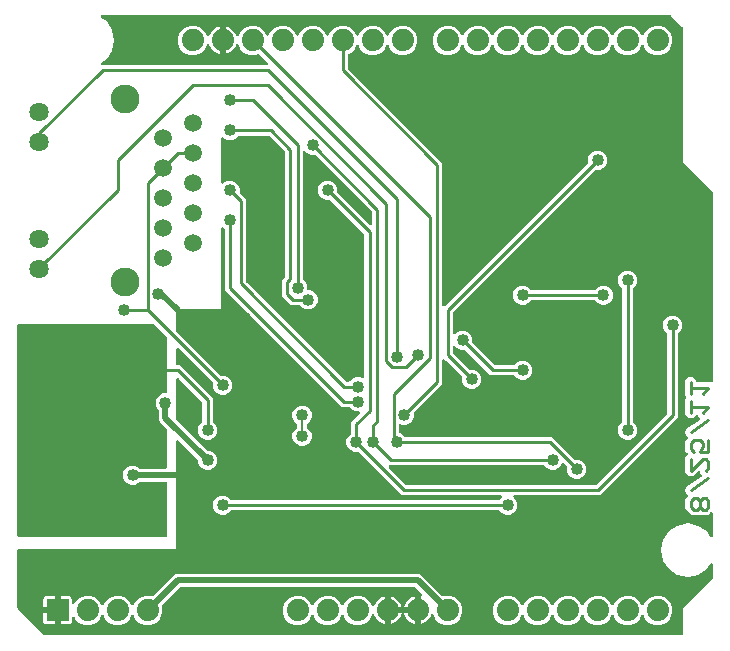
<source format=gbr>
G04 EAGLE Gerber RS-274X export*
G75*
%MOMM*%
%FSLAX34Y34*%
%LPD*%
%INBottom Copper*%
%IPPOS*%
%AMOC8*
5,1,8,0,0,1.08239X$1,22.5*%
G01*
%ADD10C,0.279400*%
%ADD11C,1.879600*%
%ADD12C,2.445000*%
%ADD13C,1.499600*%
%ADD14C,1.629600*%
%ADD15R,1.879600X1.879600*%
%ADD16C,0.508000*%
%ADD17C,1.016000*%
%ADD18C,0.203200*%
%ADD19C,0.254000*%

G36*
X566284Y4080D02*
X566284Y4080D01*
X566403Y4087D01*
X566441Y4100D01*
X566482Y4105D01*
X566592Y4148D01*
X566705Y4185D01*
X566740Y4207D01*
X566777Y4222D01*
X566873Y4291D01*
X566974Y4355D01*
X567002Y4385D01*
X567035Y4408D01*
X567111Y4500D01*
X567192Y4587D01*
X567212Y4622D01*
X567237Y4653D01*
X567288Y4761D01*
X567346Y4865D01*
X567356Y4905D01*
X567373Y4941D01*
X567395Y5058D01*
X567425Y5173D01*
X567429Y5233D01*
X567433Y5253D01*
X567431Y5274D01*
X567435Y5334D01*
X567435Y27084D01*
X592464Y52112D01*
X592524Y52190D01*
X592592Y52262D01*
X592621Y52315D01*
X592658Y52363D01*
X592698Y52454D01*
X592746Y52541D01*
X592761Y52599D01*
X592785Y52655D01*
X592800Y52753D01*
X592825Y52849D01*
X592831Y52949D01*
X592835Y52969D01*
X592833Y52981D01*
X592835Y53009D01*
X592835Y63857D01*
X592822Y63960D01*
X592818Y64065D01*
X592802Y64118D01*
X592795Y64172D01*
X592757Y64269D01*
X592727Y64370D01*
X592699Y64417D01*
X592678Y64468D01*
X592617Y64553D01*
X592563Y64642D01*
X592524Y64681D01*
X592492Y64725D01*
X592411Y64792D01*
X592337Y64865D01*
X592289Y64893D01*
X592247Y64928D01*
X592152Y64973D01*
X592062Y65025D01*
X592009Y65040D01*
X591959Y65064D01*
X591856Y65083D01*
X591756Y65112D01*
X591701Y65113D01*
X591647Y65124D01*
X591542Y65117D01*
X591438Y65120D01*
X591384Y65107D01*
X591329Y65104D01*
X591230Y65072D01*
X591128Y65048D01*
X591079Y65023D01*
X591027Y65006D01*
X590938Y64950D01*
X590846Y64902D01*
X590804Y64865D01*
X590758Y64836D01*
X590686Y64760D01*
X590608Y64690D01*
X590555Y64620D01*
X590540Y64604D01*
X590533Y64591D01*
X590511Y64562D01*
X587558Y60142D01*
X580190Y55220D01*
X571500Y53491D01*
X562810Y55220D01*
X555442Y60142D01*
X550520Y67510D01*
X548791Y76200D01*
X550520Y84890D01*
X555442Y92258D01*
X562810Y97180D01*
X571500Y98909D01*
X580190Y97180D01*
X587558Y92258D01*
X590511Y87838D01*
X590579Y87759D01*
X590640Y87675D01*
X590683Y87639D01*
X590719Y87598D01*
X590805Y87538D01*
X590885Y87472D01*
X590935Y87448D01*
X590981Y87417D01*
X591079Y87381D01*
X591173Y87336D01*
X591227Y87326D01*
X591279Y87307D01*
X591383Y87296D01*
X591486Y87276D01*
X591541Y87280D01*
X591595Y87274D01*
X591699Y87290D01*
X591803Y87296D01*
X591855Y87313D01*
X591910Y87321D01*
X592006Y87362D01*
X592105Y87394D01*
X592152Y87424D01*
X592203Y87445D01*
X592286Y87508D01*
X592374Y87564D01*
X592412Y87605D01*
X592456Y87638D01*
X592521Y87720D01*
X592592Y87796D01*
X592619Y87844D01*
X592653Y87888D01*
X592695Y87983D01*
X592746Y88074D01*
X592759Y88128D01*
X592782Y88178D01*
X592799Y88281D01*
X592825Y88382D01*
X592831Y88471D01*
X592834Y88492D01*
X592833Y88507D01*
X592835Y88543D01*
X592835Y107435D01*
X592818Y107573D01*
X592805Y107712D01*
X592798Y107730D01*
X592795Y107750D01*
X592744Y107880D01*
X592697Y108011D01*
X592686Y108027D01*
X592678Y108046D01*
X592597Y108159D01*
X592518Y108274D01*
X592503Y108287D01*
X592492Y108303D01*
X592384Y108392D01*
X592280Y108484D01*
X592262Y108493D01*
X592247Y108506D01*
X592121Y108565D01*
X591996Y108629D01*
X591977Y108633D01*
X591959Y108642D01*
X591823Y108668D01*
X591686Y108698D01*
X591666Y108698D01*
X591647Y108701D01*
X591508Y108693D01*
X591368Y108689D01*
X591349Y108683D01*
X591329Y108682D01*
X591197Y108639D01*
X591063Y108600D01*
X591045Y108590D01*
X591027Y108584D01*
X590909Y108509D01*
X590789Y108438D01*
X590768Y108420D01*
X590758Y108414D01*
X590744Y108399D01*
X590668Y108332D01*
X590636Y108300D01*
X590636Y108299D01*
X590453Y108117D01*
X588507Y106171D01*
X582210Y106171D01*
X582203Y106174D01*
X582097Y106229D01*
X582058Y106237D01*
X582021Y106253D01*
X581903Y106272D01*
X581787Y106298D01*
X581746Y106297D01*
X581707Y106303D01*
X581588Y106292D01*
X581469Y106288D01*
X581430Y106277D01*
X581390Y106273D01*
X581278Y106233D01*
X581164Y106200D01*
X581129Y106180D01*
X581106Y106171D01*
X574825Y106171D01*
X569721Y111275D01*
X569721Y119958D01*
X571259Y121496D01*
X571353Y121617D01*
X571448Y121737D01*
X571450Y121742D01*
X571454Y121747D01*
X571515Y121888D01*
X571577Y122027D01*
X571578Y122033D01*
X571581Y122039D01*
X571605Y122191D01*
X571630Y122341D01*
X571629Y122347D01*
X571630Y122353D01*
X571616Y122507D01*
X571603Y122658D01*
X571601Y122664D01*
X571601Y122670D01*
X571549Y122814D01*
X571499Y122958D01*
X571494Y122965D01*
X571493Y122969D01*
X571487Y122977D01*
X571418Y123098D01*
X569446Y126055D01*
X570169Y129666D01*
X583223Y138369D01*
X583287Y138425D01*
X583358Y138472D01*
X583407Y138528D01*
X583463Y138577D01*
X583512Y138647D01*
X583568Y138711D01*
X583602Y138777D01*
X583645Y138839D01*
X583674Y138918D01*
X583713Y138994D01*
X583729Y139067D01*
X583755Y139137D01*
X583764Y139221D01*
X583782Y139304D01*
X583780Y139379D01*
X583788Y139453D01*
X583775Y139537D01*
X583773Y139622D01*
X583752Y139694D01*
X583741Y139768D01*
X583708Y139846D01*
X583684Y139928D01*
X583646Y139992D01*
X583617Y140061D01*
X583566Y140128D01*
X583523Y140202D01*
X583431Y140306D01*
X583425Y140314D01*
X583422Y140316D01*
X583416Y140323D01*
X582220Y141519D01*
X582220Y142062D01*
X582203Y142200D01*
X582190Y142338D01*
X582183Y142357D01*
X582180Y142377D01*
X582129Y142507D01*
X582082Y142638D01*
X582071Y142654D01*
X582063Y142673D01*
X581982Y142786D01*
X581904Y142901D01*
X581888Y142914D01*
X581877Y142931D01*
X581769Y143019D01*
X581665Y143111D01*
X581647Y143120D01*
X581632Y143133D01*
X581506Y143193D01*
X581382Y143256D01*
X581362Y143260D01*
X581344Y143269D01*
X581208Y143295D01*
X581072Y143325D01*
X581051Y143325D01*
X581032Y143329D01*
X580893Y143320D01*
X580754Y143316D01*
X580734Y143310D01*
X580714Y143309D01*
X580582Y143266D01*
X580448Y143227D01*
X580431Y143217D01*
X580412Y143211D01*
X580294Y143136D01*
X580174Y143066D01*
X580153Y143047D01*
X580143Y143041D01*
X580129Y143026D01*
X580054Y142959D01*
X576008Y138914D01*
X572326Y138914D01*
X569721Y141519D01*
X569721Y155201D01*
X571418Y156898D01*
X571491Y156992D01*
X571570Y157081D01*
X571588Y157117D01*
X571613Y157149D01*
X571661Y157259D01*
X571715Y157364D01*
X571724Y157404D01*
X571740Y157441D01*
X571758Y157559D01*
X571784Y157675D01*
X571783Y157715D01*
X571790Y157755D01*
X571778Y157874D01*
X571775Y157993D01*
X571763Y158031D01*
X571760Y158072D01*
X571719Y158184D01*
X571686Y158298D01*
X571666Y158333D01*
X571652Y158371D01*
X571585Y158470D01*
X571525Y158572D01*
X571485Y158617D01*
X571474Y158634D01*
X571458Y158648D01*
X571418Y158693D01*
X569721Y160390D01*
X569721Y169073D01*
X571259Y170611D01*
X571353Y170732D01*
X571448Y170851D01*
X571451Y170857D01*
X571454Y170862D01*
X571515Y171002D01*
X571577Y171142D01*
X571578Y171148D01*
X571581Y171154D01*
X571605Y171306D01*
X571630Y171456D01*
X571630Y171462D01*
X571630Y171468D01*
X571616Y171621D01*
X571603Y171773D01*
X571601Y171778D01*
X571601Y171784D01*
X571549Y171929D01*
X571499Y172073D01*
X571494Y172080D01*
X571493Y172084D01*
X571487Y172092D01*
X571418Y172212D01*
X569446Y175169D01*
X570169Y178781D01*
X581723Y186484D01*
X581787Y186539D01*
X581858Y186587D01*
X581907Y186643D01*
X581963Y186692D01*
X582012Y186762D01*
X582068Y186826D01*
X582102Y186892D01*
X582145Y186953D01*
X582174Y187033D01*
X582213Y187109D01*
X582229Y187182D01*
X582255Y187252D01*
X582264Y187336D01*
X582283Y187419D01*
X582280Y187494D01*
X582288Y187568D01*
X582275Y187652D01*
X582273Y187737D01*
X582252Y187809D01*
X582241Y187882D01*
X582208Y187961D01*
X582184Y188043D01*
X582147Y188107D01*
X582118Y188175D01*
X582066Y188243D01*
X582023Y188316D01*
X581931Y188421D01*
X581925Y188429D01*
X581922Y188431D01*
X581917Y188437D01*
X580064Y190290D01*
X579980Y190355D01*
X579931Y190401D01*
X579919Y190408D01*
X579881Y190441D01*
X579845Y190460D01*
X579813Y190485D01*
X579703Y190532D01*
X579598Y190586D01*
X579558Y190595D01*
X579521Y190611D01*
X579403Y190630D01*
X579287Y190656D01*
X579247Y190655D01*
X579207Y190661D01*
X579088Y190650D01*
X578969Y190646D01*
X578931Y190635D01*
X578890Y190631D01*
X578778Y190591D01*
X578664Y190558D01*
X578629Y190537D01*
X578591Y190523D01*
X578492Y190456D01*
X578390Y190396D01*
X578345Y190356D01*
X578328Y190345D01*
X578314Y190330D01*
X578284Y190303D01*
X578281Y190301D01*
X578279Y190299D01*
X578269Y190290D01*
X576008Y188029D01*
X572326Y188029D01*
X569721Y190633D01*
X569721Y204316D01*
X570168Y204763D01*
X570241Y204857D01*
X570320Y204946D01*
X570339Y204982D01*
X570363Y205014D01*
X570411Y205123D01*
X570465Y205229D01*
X570474Y205269D01*
X570490Y205306D01*
X570508Y205424D01*
X570534Y205540D01*
X570533Y205580D01*
X570540Y205620D01*
X570528Y205739D01*
X570525Y205857D01*
X570514Y205896D01*
X570510Y205937D01*
X570469Y206049D01*
X570436Y206163D01*
X570416Y206198D01*
X570402Y206236D01*
X570335Y206334D01*
X570275Y206437D01*
X570235Y206482D01*
X570224Y206499D01*
X570208Y206512D01*
X570168Y206558D01*
X569721Y207005D01*
X569721Y220687D01*
X572326Y223291D01*
X576008Y223291D01*
X578613Y220687D01*
X578613Y219561D01*
X578628Y219443D01*
X578635Y219324D01*
X578648Y219286D01*
X578653Y219245D01*
X578696Y219135D01*
X578733Y219022D01*
X578755Y218987D01*
X578770Y218950D01*
X578839Y218853D01*
X578903Y218753D01*
X578933Y218725D01*
X578956Y218692D01*
X579048Y218616D01*
X579135Y218535D01*
X579170Y218515D01*
X579201Y218490D01*
X579309Y218439D01*
X579413Y218381D01*
X579453Y218371D01*
X579489Y218354D01*
X579606Y218332D01*
X579721Y218302D01*
X579781Y218298D01*
X579801Y218294D01*
X579822Y218296D01*
X579882Y218292D01*
X591322Y218292D01*
X591349Y218287D01*
X591486Y218261D01*
X591505Y218263D01*
X591525Y218259D01*
X591664Y218272D01*
X591803Y218281D01*
X591822Y218287D01*
X591842Y218289D01*
X591973Y218336D01*
X592105Y218379D01*
X592122Y218390D01*
X592141Y218396D01*
X592256Y218475D01*
X592374Y218549D01*
X592388Y218564D01*
X592404Y218575D01*
X592496Y218679D01*
X592592Y218781D01*
X592602Y218798D01*
X592615Y218813D01*
X592678Y218938D01*
X592746Y219059D01*
X592751Y219079D01*
X592760Y219096D01*
X592790Y219233D01*
X592825Y219367D01*
X592827Y219395D01*
X592829Y219407D01*
X592829Y219427D01*
X592835Y219528D01*
X592835Y378791D01*
X592823Y378889D01*
X592820Y378988D01*
X592803Y379046D01*
X592795Y379106D01*
X592759Y379198D01*
X592731Y379293D01*
X592701Y379345D01*
X592678Y379402D01*
X592620Y379482D01*
X592570Y379567D01*
X592504Y379643D01*
X592492Y379659D01*
X592482Y379667D01*
X592464Y379688D01*
X567435Y404716D01*
X567435Y518491D01*
X567423Y518589D01*
X567420Y518688D01*
X567403Y518746D01*
X567395Y518806D01*
X567359Y518898D01*
X567331Y518993D01*
X567301Y519045D01*
X567278Y519102D01*
X567220Y519182D01*
X567170Y519267D01*
X567104Y519343D01*
X567092Y519359D01*
X567082Y519367D01*
X567064Y519388D01*
X557488Y528964D01*
X557410Y529024D01*
X557338Y529092D01*
X557285Y529121D01*
X557237Y529158D01*
X557146Y529198D01*
X557059Y529246D01*
X557001Y529261D01*
X556945Y529285D01*
X556847Y529300D01*
X556751Y529325D01*
X556651Y529331D01*
X556631Y529335D01*
X556619Y529333D01*
X556591Y529335D01*
X75843Y529335D01*
X75740Y529322D01*
X75635Y529318D01*
X75582Y529302D01*
X75528Y529295D01*
X75431Y529257D01*
X75330Y529227D01*
X75283Y529199D01*
X75232Y529178D01*
X75147Y529117D01*
X75058Y529063D01*
X75019Y529024D01*
X74975Y528992D01*
X74908Y528911D01*
X74835Y528837D01*
X74807Y528789D01*
X74772Y528747D01*
X74727Y528652D01*
X74675Y528562D01*
X74660Y528509D01*
X74636Y528459D01*
X74617Y528356D01*
X74588Y528256D01*
X74587Y528201D01*
X74576Y528147D01*
X74583Y528042D01*
X74580Y527938D01*
X74593Y527884D01*
X74596Y527829D01*
X74628Y527730D01*
X74652Y527628D01*
X74677Y527579D01*
X74694Y527527D01*
X74750Y527438D01*
X74798Y527346D01*
X74835Y527304D01*
X74864Y527258D01*
X74940Y527186D01*
X75010Y527108D01*
X75080Y527055D01*
X75096Y527040D01*
X75109Y527033D01*
X75138Y527011D01*
X79558Y524058D01*
X84480Y516690D01*
X86209Y508000D01*
X84480Y499310D01*
X79558Y491942D01*
X75518Y489243D01*
X75439Y489175D01*
X75355Y489114D01*
X75320Y489071D01*
X75278Y489035D01*
X75218Y488949D01*
X75152Y488869D01*
X75128Y488819D01*
X75097Y488773D01*
X75061Y488675D01*
X75016Y488581D01*
X75006Y488527D01*
X74987Y488475D01*
X74976Y488371D01*
X74957Y488268D01*
X74960Y488213D01*
X74954Y488159D01*
X74970Y488055D01*
X74976Y487951D01*
X74993Y487899D01*
X75001Y487844D01*
X75042Y487748D01*
X75074Y487649D01*
X75104Y487602D01*
X75125Y487551D01*
X75189Y487468D01*
X75244Y487380D01*
X75285Y487342D01*
X75318Y487298D01*
X75400Y487233D01*
X75476Y487162D01*
X75524Y487135D01*
X75568Y487101D01*
X75663Y487059D01*
X75755Y487008D01*
X75808Y486995D01*
X75858Y486972D01*
X75962Y486955D01*
X76063Y486929D01*
X76151Y486923D01*
X76172Y486920D01*
X76187Y486921D01*
X76223Y486919D01*
X215109Y486919D01*
X215247Y486936D01*
X215386Y486949D01*
X215405Y486956D01*
X215425Y486959D01*
X215554Y487010D01*
X215685Y487057D01*
X215702Y487068D01*
X215721Y487076D01*
X215833Y487157D01*
X215948Y487235D01*
X215962Y487251D01*
X215978Y487262D01*
X216067Y487370D01*
X216159Y487474D01*
X216168Y487492D01*
X216181Y487507D01*
X216240Y487633D01*
X216303Y487757D01*
X216308Y487777D01*
X216316Y487795D01*
X216342Y487931D01*
X216373Y488067D01*
X216372Y488088D01*
X216376Y488107D01*
X216367Y488246D01*
X216363Y488385D01*
X216358Y488405D01*
X216356Y488425D01*
X216314Y488557D01*
X216275Y488691D01*
X216265Y488708D01*
X216258Y488727D01*
X216184Y488845D01*
X216113Y488965D01*
X216095Y488986D01*
X216088Y488996D01*
X216073Y489010D01*
X216007Y489085D01*
X209007Y496085D01*
X208984Y496103D01*
X208965Y496126D01*
X208859Y496200D01*
X208756Y496280D01*
X208729Y496292D01*
X208705Y496309D01*
X208583Y496355D01*
X208464Y496406D01*
X208435Y496411D01*
X208407Y496422D01*
X208278Y496436D01*
X208150Y496456D01*
X208121Y496453D01*
X208091Y496457D01*
X207963Y496439D01*
X207833Y496426D01*
X207806Y496416D01*
X207776Y496412D01*
X207624Y496360D01*
X205676Y495553D01*
X200724Y495553D01*
X196150Y497448D01*
X192648Y500950D01*
X191395Y503975D01*
X191380Y504001D01*
X191371Y504030D01*
X191301Y504139D01*
X191237Y504252D01*
X191216Y504273D01*
X191200Y504298D01*
X191106Y504387D01*
X191016Y504480D01*
X190990Y504496D01*
X190969Y504516D01*
X190855Y504579D01*
X190745Y504646D01*
X190716Y504655D01*
X190690Y504669D01*
X190565Y504702D01*
X190441Y504740D01*
X190411Y504741D01*
X190382Y504749D01*
X190252Y504749D01*
X190123Y504755D01*
X190094Y504749D01*
X190064Y504749D01*
X189939Y504717D01*
X189812Y504691D01*
X189785Y504678D01*
X189756Y504670D01*
X189643Y504608D01*
X189526Y504551D01*
X189503Y504532D01*
X189477Y504517D01*
X189383Y504429D01*
X189284Y504345D01*
X189267Y504320D01*
X189245Y504300D01*
X189176Y504191D01*
X189101Y504085D01*
X189090Y504057D01*
X189074Y504031D01*
X189015Y503882D01*
X188864Y503417D01*
X188011Y501743D01*
X186906Y500222D01*
X185578Y498894D01*
X184057Y497789D01*
X182383Y496936D01*
X180596Y496355D01*
X180339Y496315D01*
X180339Y506730D01*
X180324Y506848D01*
X180317Y506967D01*
X180304Y507005D01*
X180299Y507045D01*
X180256Y507156D01*
X180219Y507269D01*
X180197Y507303D01*
X180182Y507341D01*
X180112Y507437D01*
X180049Y507538D01*
X180019Y507566D01*
X179995Y507598D01*
X179904Y507674D01*
X179817Y507756D01*
X179782Y507775D01*
X179751Y507801D01*
X179643Y507852D01*
X179539Y507909D01*
X179499Y507920D01*
X179463Y507937D01*
X179346Y507959D01*
X179231Y507989D01*
X179170Y507993D01*
X179150Y507997D01*
X179130Y507995D01*
X179070Y507999D01*
X176530Y507999D01*
X176412Y507984D01*
X176293Y507977D01*
X176255Y507964D01*
X176214Y507959D01*
X176104Y507915D01*
X175991Y507879D01*
X175956Y507857D01*
X175919Y507842D01*
X175823Y507772D01*
X175722Y507709D01*
X175694Y507679D01*
X175661Y507655D01*
X175586Y507564D01*
X175504Y507477D01*
X175484Y507442D01*
X175459Y507410D01*
X175408Y507303D01*
X175350Y507198D01*
X175340Y507159D01*
X175323Y507123D01*
X175301Y507006D01*
X175271Y506891D01*
X175267Y506830D01*
X175263Y506810D01*
X175265Y506790D01*
X175261Y506730D01*
X175261Y496315D01*
X175004Y496355D01*
X173217Y496936D01*
X171543Y497789D01*
X170022Y498894D01*
X168694Y500222D01*
X167589Y501743D01*
X166736Y503417D01*
X166585Y503882D01*
X166572Y503909D01*
X166565Y503938D01*
X166505Y504052D01*
X166450Y504170D01*
X166431Y504193D01*
X166417Y504219D01*
X166330Y504315D01*
X166247Y504415D01*
X166223Y504432D01*
X166203Y504454D01*
X166094Y504526D01*
X165990Y504602D01*
X165962Y504613D01*
X165937Y504629D01*
X165814Y504671D01*
X165694Y504719D01*
X165664Y504723D01*
X165636Y504732D01*
X165507Y504743D01*
X165379Y504759D01*
X165349Y504755D01*
X165319Y504758D01*
X165191Y504735D01*
X165063Y504719D01*
X165035Y504708D01*
X165006Y504703D01*
X164888Y504650D01*
X164767Y504602D01*
X164743Y504585D01*
X164716Y504573D01*
X164615Y504492D01*
X164510Y504416D01*
X164491Y504393D01*
X164467Y504374D01*
X164389Y504270D01*
X164307Y504171D01*
X164294Y504144D01*
X164276Y504120D01*
X164205Y503975D01*
X162952Y500950D01*
X159450Y497448D01*
X154876Y495553D01*
X149924Y495553D01*
X145350Y497448D01*
X141848Y500950D01*
X139953Y505524D01*
X139953Y510476D01*
X141848Y515050D01*
X145350Y518552D01*
X149924Y520447D01*
X154876Y520447D01*
X159450Y518552D01*
X162952Y515050D01*
X164205Y512025D01*
X164220Y511999D01*
X164229Y511970D01*
X164299Y511861D01*
X164363Y511748D01*
X164384Y511727D01*
X164400Y511702D01*
X164494Y511613D01*
X164584Y511520D01*
X164610Y511504D01*
X164631Y511484D01*
X164745Y511421D01*
X164855Y511354D01*
X164884Y511345D01*
X164910Y511331D01*
X165035Y511298D01*
X165159Y511260D01*
X165189Y511259D01*
X165218Y511251D01*
X165348Y511251D01*
X165477Y511245D01*
X165506Y511251D01*
X165536Y511251D01*
X165661Y511283D01*
X165788Y511309D01*
X165815Y511322D01*
X165844Y511330D01*
X165957Y511392D01*
X166074Y511449D01*
X166097Y511468D01*
X166123Y511483D01*
X166217Y511571D01*
X166316Y511655D01*
X166333Y511680D01*
X166355Y511700D01*
X166424Y511809D01*
X166499Y511915D01*
X166510Y511943D01*
X166526Y511969D01*
X166585Y512118D01*
X166736Y512583D01*
X167589Y514257D01*
X168694Y515778D01*
X170022Y517106D01*
X171543Y518211D01*
X173217Y519064D01*
X175004Y519645D01*
X175261Y519685D01*
X175261Y509270D01*
X175276Y509152D01*
X175283Y509033D01*
X175296Y508995D01*
X175301Y508955D01*
X175344Y508844D01*
X175381Y508731D01*
X175403Y508697D01*
X175418Y508659D01*
X175488Y508563D01*
X175551Y508462D01*
X175581Y508434D01*
X175604Y508402D01*
X175696Y508326D01*
X175783Y508244D01*
X175818Y508225D01*
X175849Y508199D01*
X175957Y508148D01*
X176061Y508091D01*
X176101Y508080D01*
X176137Y508063D01*
X176254Y508041D01*
X176369Y508011D01*
X176430Y508007D01*
X176450Y508003D01*
X176470Y508005D01*
X176530Y508001D01*
X179070Y508001D01*
X179188Y508016D01*
X179307Y508023D01*
X179345Y508036D01*
X179385Y508041D01*
X179496Y508085D01*
X179609Y508121D01*
X179644Y508143D01*
X179681Y508158D01*
X179777Y508228D01*
X179878Y508291D01*
X179906Y508321D01*
X179939Y508345D01*
X180014Y508436D01*
X180096Y508523D01*
X180116Y508558D01*
X180141Y508590D01*
X180192Y508697D01*
X180250Y508802D01*
X180260Y508841D01*
X180277Y508877D01*
X180299Y508994D01*
X180329Y509109D01*
X180333Y509170D01*
X180337Y509190D01*
X180335Y509210D01*
X180339Y509270D01*
X180339Y519685D01*
X180596Y519645D01*
X182383Y519064D01*
X184057Y518211D01*
X185578Y517106D01*
X186906Y515778D01*
X188011Y514257D01*
X188864Y512583D01*
X189015Y512118D01*
X189028Y512091D01*
X189035Y512062D01*
X189095Y511948D01*
X189150Y511830D01*
X189169Y511807D01*
X189183Y511781D01*
X189270Y511685D01*
X189353Y511585D01*
X189377Y511568D01*
X189397Y511546D01*
X189506Y511474D01*
X189610Y511398D01*
X189638Y511387D01*
X189663Y511371D01*
X189786Y511329D01*
X189906Y511281D01*
X189936Y511277D01*
X189964Y511268D01*
X190093Y511257D01*
X190221Y511241D01*
X190251Y511245D01*
X190281Y511242D01*
X190409Y511265D01*
X190537Y511281D01*
X190565Y511292D01*
X190594Y511297D01*
X190712Y511350D01*
X190833Y511398D01*
X190857Y511415D01*
X190884Y511427D01*
X190985Y511508D01*
X191090Y511584D01*
X191109Y511607D01*
X191133Y511626D01*
X191211Y511730D01*
X191293Y511829D01*
X191306Y511856D01*
X191324Y511880D01*
X191395Y512025D01*
X192648Y515050D01*
X196150Y518552D01*
X200724Y520447D01*
X205676Y520447D01*
X210250Y518552D01*
X213752Y515050D01*
X214727Y512695D01*
X214796Y512575D01*
X214861Y512452D01*
X214875Y512437D01*
X214885Y512419D01*
X214982Y512319D01*
X215075Y512216D01*
X215092Y512205D01*
X215106Y512191D01*
X215225Y512118D01*
X215341Y512042D01*
X215360Y512035D01*
X215377Y512024D01*
X215510Y511983D01*
X215642Y511938D01*
X215662Y511937D01*
X215681Y511931D01*
X215820Y511924D01*
X215959Y511913D01*
X215979Y511917D01*
X215999Y511916D01*
X216135Y511944D01*
X216272Y511968D01*
X216291Y511976D01*
X216310Y511980D01*
X216436Y512041D01*
X216562Y512098D01*
X216578Y512111D01*
X216596Y512120D01*
X216702Y512210D01*
X216810Y512297D01*
X216823Y512313D01*
X216838Y512326D01*
X216918Y512440D01*
X217002Y512551D01*
X217014Y512576D01*
X217021Y512586D01*
X217028Y512605D01*
X217073Y512695D01*
X218048Y515051D01*
X221550Y518552D01*
X226124Y520447D01*
X231076Y520447D01*
X235650Y518552D01*
X239152Y515050D01*
X240127Y512695D01*
X240196Y512575D01*
X240261Y512452D01*
X240275Y512437D01*
X240285Y512419D01*
X240382Y512319D01*
X240475Y512216D01*
X240492Y512205D01*
X240506Y512191D01*
X240625Y512118D01*
X240741Y512042D01*
X240760Y512035D01*
X240777Y512024D01*
X240910Y511983D01*
X241042Y511938D01*
X241062Y511937D01*
X241081Y511931D01*
X241220Y511924D01*
X241359Y511913D01*
X241379Y511917D01*
X241399Y511916D01*
X241535Y511944D01*
X241672Y511968D01*
X241691Y511976D01*
X241710Y511980D01*
X241836Y512041D01*
X241962Y512098D01*
X241978Y512111D01*
X241996Y512120D01*
X242102Y512210D01*
X242210Y512297D01*
X242223Y512313D01*
X242238Y512326D01*
X242318Y512440D01*
X242402Y512551D01*
X242414Y512576D01*
X242421Y512586D01*
X242428Y512605D01*
X242473Y512695D01*
X243448Y515051D01*
X246950Y518552D01*
X251524Y520447D01*
X256476Y520447D01*
X261050Y518552D01*
X264552Y515050D01*
X265527Y512695D01*
X265596Y512575D01*
X265661Y512452D01*
X265675Y512437D01*
X265685Y512419D01*
X265782Y512319D01*
X265875Y512216D01*
X265892Y512205D01*
X265906Y512191D01*
X266025Y512118D01*
X266141Y512042D01*
X266160Y512035D01*
X266177Y512024D01*
X266310Y511983D01*
X266442Y511938D01*
X266462Y511937D01*
X266481Y511931D01*
X266620Y511924D01*
X266759Y511913D01*
X266779Y511917D01*
X266799Y511916D01*
X266935Y511944D01*
X267072Y511968D01*
X267091Y511976D01*
X267110Y511980D01*
X267236Y512041D01*
X267362Y512098D01*
X267378Y512111D01*
X267396Y512120D01*
X267502Y512210D01*
X267610Y512297D01*
X267623Y512313D01*
X267638Y512326D01*
X267718Y512440D01*
X267802Y512551D01*
X267814Y512576D01*
X267821Y512586D01*
X267828Y512605D01*
X267873Y512695D01*
X268848Y515051D01*
X272350Y518552D01*
X276924Y520447D01*
X281876Y520447D01*
X286450Y518552D01*
X289952Y515050D01*
X290927Y512695D01*
X290996Y512575D01*
X291061Y512452D01*
X291075Y512437D01*
X291085Y512419D01*
X291182Y512319D01*
X291275Y512216D01*
X291292Y512205D01*
X291306Y512191D01*
X291425Y512118D01*
X291541Y512042D01*
X291560Y512035D01*
X291577Y512024D01*
X291710Y511983D01*
X291842Y511938D01*
X291862Y511937D01*
X291881Y511931D01*
X292020Y511924D01*
X292159Y511913D01*
X292179Y511917D01*
X292199Y511916D01*
X292335Y511944D01*
X292472Y511968D01*
X292491Y511976D01*
X292510Y511980D01*
X292636Y512041D01*
X292762Y512098D01*
X292778Y512111D01*
X292796Y512120D01*
X292902Y512210D01*
X293010Y512297D01*
X293023Y512313D01*
X293038Y512326D01*
X293118Y512440D01*
X293202Y512551D01*
X293214Y512576D01*
X293221Y512586D01*
X293228Y512605D01*
X293273Y512695D01*
X294248Y515051D01*
X297750Y518552D01*
X302324Y520447D01*
X307276Y520447D01*
X311850Y518552D01*
X315352Y515050D01*
X316327Y512695D01*
X316396Y512575D01*
X316461Y512452D01*
X316475Y512437D01*
X316485Y512419D01*
X316582Y512319D01*
X316675Y512216D01*
X316692Y512205D01*
X316706Y512191D01*
X316825Y512118D01*
X316941Y512042D01*
X316960Y512035D01*
X316977Y512024D01*
X317110Y511983D01*
X317242Y511938D01*
X317262Y511937D01*
X317281Y511931D01*
X317420Y511924D01*
X317559Y511913D01*
X317579Y511917D01*
X317599Y511916D01*
X317735Y511944D01*
X317872Y511968D01*
X317891Y511976D01*
X317910Y511980D01*
X318036Y512041D01*
X318162Y512098D01*
X318178Y512111D01*
X318196Y512120D01*
X318302Y512210D01*
X318410Y512297D01*
X318423Y512313D01*
X318438Y512326D01*
X318518Y512440D01*
X318602Y512551D01*
X318614Y512576D01*
X318621Y512586D01*
X318628Y512605D01*
X318673Y512695D01*
X319648Y515051D01*
X323150Y518552D01*
X327724Y520447D01*
X332676Y520447D01*
X337250Y518552D01*
X340752Y515050D01*
X342647Y510476D01*
X342647Y505524D01*
X340752Y500950D01*
X337250Y497448D01*
X332676Y495553D01*
X327724Y495553D01*
X323150Y497448D01*
X319648Y500949D01*
X318673Y503305D01*
X318604Y503426D01*
X318539Y503548D01*
X318525Y503563D01*
X318515Y503581D01*
X318418Y503681D01*
X318325Y503784D01*
X318308Y503795D01*
X318294Y503809D01*
X318176Y503882D01*
X318059Y503958D01*
X318040Y503965D01*
X318023Y503976D01*
X317890Y504016D01*
X317758Y504062D01*
X317738Y504063D01*
X317719Y504069D01*
X317580Y504076D01*
X317441Y504087D01*
X317421Y504083D01*
X317401Y504084D01*
X317265Y504056D01*
X317128Y504032D01*
X317109Y504024D01*
X317090Y504020D01*
X316965Y503959D01*
X316838Y503902D01*
X316822Y503889D01*
X316804Y503880D01*
X316698Y503790D01*
X316590Y503703D01*
X316577Y503687D01*
X316562Y503674D01*
X316482Y503560D01*
X316398Y503449D01*
X316386Y503424D01*
X316379Y503414D01*
X316372Y503395D01*
X316327Y503305D01*
X315352Y500950D01*
X311850Y497448D01*
X307276Y495553D01*
X302324Y495553D01*
X297750Y497448D01*
X294248Y500949D01*
X293273Y503305D01*
X293204Y503426D01*
X293139Y503548D01*
X293125Y503563D01*
X293115Y503581D01*
X293018Y503681D01*
X292925Y503784D01*
X292908Y503795D01*
X292894Y503809D01*
X292776Y503882D01*
X292659Y503958D01*
X292640Y503965D01*
X292623Y503976D01*
X292490Y504016D01*
X292358Y504062D01*
X292338Y504063D01*
X292319Y504069D01*
X292180Y504076D01*
X292041Y504087D01*
X292021Y504083D01*
X292001Y504084D01*
X291865Y504056D01*
X291728Y504032D01*
X291709Y504024D01*
X291690Y504020D01*
X291565Y503959D01*
X291438Y503902D01*
X291422Y503889D01*
X291404Y503880D01*
X291298Y503790D01*
X291190Y503703D01*
X291177Y503687D01*
X291162Y503674D01*
X291082Y503560D01*
X290998Y503449D01*
X290986Y503424D01*
X290979Y503414D01*
X290972Y503395D01*
X290927Y503305D01*
X289952Y500950D01*
X286450Y497448D01*
X284502Y496641D01*
X284477Y496627D01*
X284449Y496617D01*
X284339Y496548D01*
X284226Y496484D01*
X284205Y496463D01*
X284180Y496447D01*
X284091Y496353D01*
X283998Y496262D01*
X283982Y496237D01*
X283962Y496216D01*
X283899Y496102D01*
X283831Y495991D01*
X283823Y495963D01*
X283808Y495937D01*
X283776Y495811D01*
X283738Y495687D01*
X283736Y495658D01*
X283729Y495629D01*
X283719Y495469D01*
X283719Y484915D01*
X283731Y484816D01*
X283734Y484717D01*
X283751Y484659D01*
X283759Y484599D01*
X283795Y484507D01*
X283823Y484412D01*
X283853Y484360D01*
X283876Y484303D01*
X283934Y484223D01*
X283984Y484138D01*
X284050Y484063D01*
X284062Y484046D01*
X284072Y484038D01*
X284090Y484017D01*
X363729Y404379D01*
X363729Y284001D01*
X363746Y283863D01*
X363759Y283724D01*
X363766Y283705D01*
X363769Y283685D01*
X363820Y283556D01*
X363867Y283425D01*
X363878Y283408D01*
X363886Y283389D01*
X363967Y283277D01*
X364045Y283162D01*
X364061Y283148D01*
X364072Y283132D01*
X364180Y283043D01*
X364284Y282951D01*
X364302Y282942D01*
X364317Y282929D01*
X364443Y282870D01*
X364567Y282807D01*
X364587Y282802D01*
X364605Y282794D01*
X364741Y282768D01*
X364877Y282737D01*
X364898Y282738D01*
X364917Y282734D01*
X365056Y282743D01*
X365195Y282747D01*
X365215Y282752D01*
X365235Y282754D01*
X365367Y282796D01*
X365501Y282835D01*
X365518Y282845D01*
X365537Y282852D01*
X365655Y282926D01*
X365775Y282997D01*
X365796Y283015D01*
X365806Y283022D01*
X365820Y283037D01*
X365895Y283103D01*
X486800Y404007D01*
X486860Y404085D01*
X486928Y404158D01*
X486957Y404211D01*
X486994Y404258D01*
X487034Y404349D01*
X487082Y404436D01*
X487097Y404495D01*
X487121Y404550D01*
X487136Y404648D01*
X487161Y404744D01*
X487167Y404844D01*
X487171Y404864D01*
X487169Y404877D01*
X487171Y404905D01*
X487171Y408017D01*
X488409Y411005D01*
X490695Y413291D01*
X493683Y414529D01*
X496917Y414529D01*
X499905Y413291D01*
X502191Y411005D01*
X503429Y408017D01*
X503429Y404783D01*
X502191Y401795D01*
X499905Y399509D01*
X496917Y398271D01*
X493805Y398271D01*
X493706Y398259D01*
X493607Y398256D01*
X493549Y398239D01*
X493489Y398231D01*
X493397Y398195D01*
X493302Y398167D01*
X493250Y398137D01*
X493193Y398114D01*
X493113Y398056D01*
X493028Y398006D01*
X492953Y397940D01*
X492936Y397928D01*
X492928Y397918D01*
X492907Y397900D01*
X372990Y277983D01*
X372930Y277905D01*
X372862Y277832D01*
X372833Y277779D01*
X372796Y277732D01*
X372756Y277641D01*
X372708Y277554D01*
X372693Y277495D01*
X372669Y277440D01*
X372654Y277342D01*
X372629Y277246D01*
X372623Y277146D01*
X372619Y277126D01*
X372621Y277113D01*
X372619Y277085D01*
X372619Y260179D01*
X372636Y260041D01*
X372649Y259902D01*
X372656Y259883D01*
X372659Y259863D01*
X372710Y259734D01*
X372757Y259603D01*
X372768Y259586D01*
X372776Y259568D01*
X372857Y259455D01*
X372935Y259340D01*
X372951Y259327D01*
X372962Y259310D01*
X373070Y259221D01*
X373174Y259129D01*
X373192Y259120D01*
X373207Y259107D01*
X373333Y259048D01*
X373457Y258985D01*
X373477Y258980D01*
X373495Y258972D01*
X373632Y258946D01*
X373767Y258915D01*
X373788Y258916D01*
X373807Y258912D01*
X373946Y258921D01*
X374085Y258925D01*
X374105Y258931D01*
X374125Y258932D01*
X374257Y258975D01*
X374391Y259013D01*
X374408Y259024D01*
X374427Y259030D01*
X374545Y259104D01*
X374665Y259175D01*
X374686Y259193D01*
X374696Y259200D01*
X374710Y259215D01*
X374785Y259281D01*
X376395Y260891D01*
X379383Y262129D01*
X382617Y262129D01*
X385605Y260891D01*
X387891Y258605D01*
X389129Y255617D01*
X389129Y252505D01*
X389141Y252406D01*
X389144Y252307D01*
X389161Y252249D01*
X389169Y252189D01*
X389205Y252097D01*
X389233Y252002D01*
X389263Y251950D01*
X389286Y251893D01*
X389344Y251813D01*
X389394Y251728D01*
X389460Y251653D01*
X389472Y251636D01*
X389482Y251628D01*
X389500Y251607D01*
X407817Y233290D01*
X407895Y233230D01*
X407968Y233162D01*
X408021Y233133D01*
X408068Y233096D01*
X408159Y233056D01*
X408246Y233008D01*
X408305Y232993D01*
X408360Y232969D01*
X408458Y232954D01*
X408554Y232929D01*
X408654Y232923D01*
X408674Y232919D01*
X408687Y232921D01*
X408715Y232919D01*
X424097Y232919D01*
X424195Y232931D01*
X424294Y232934D01*
X424353Y232951D01*
X424413Y232959D01*
X424505Y232995D01*
X424600Y233023D01*
X424652Y233053D01*
X424708Y233076D01*
X424788Y233134D01*
X424874Y233184D01*
X424949Y233250D01*
X424966Y233262D01*
X424974Y233272D01*
X424995Y233290D01*
X427195Y235491D01*
X430183Y236729D01*
X433417Y236729D01*
X436405Y235491D01*
X438691Y233205D01*
X439929Y230217D01*
X439929Y226983D01*
X438691Y223995D01*
X436405Y221709D01*
X433417Y220471D01*
X430183Y220471D01*
X427195Y221709D01*
X424995Y223910D01*
X424916Y223970D01*
X424844Y224038D01*
X424791Y224067D01*
X424743Y224104D01*
X424652Y224144D01*
X424566Y224192D01*
X424507Y224207D01*
X424452Y224231D01*
X424354Y224246D01*
X424258Y224271D01*
X424158Y224277D01*
X424137Y224281D01*
X424125Y224279D01*
X424097Y224281D01*
X404611Y224281D01*
X383393Y245500D01*
X383315Y245560D01*
X383243Y245628D01*
X383190Y245657D01*
X383142Y245694D01*
X383051Y245734D01*
X382964Y245782D01*
X382905Y245797D01*
X382850Y245821D01*
X382752Y245836D01*
X382656Y245861D01*
X382556Y245867D01*
X382536Y245871D01*
X382523Y245869D01*
X382495Y245871D01*
X379383Y245871D01*
X376395Y247109D01*
X374785Y248719D01*
X374676Y248804D01*
X374569Y248893D01*
X374550Y248901D01*
X374534Y248914D01*
X374406Y248969D01*
X374281Y249028D01*
X374261Y249032D01*
X374242Y249040D01*
X374104Y249062D01*
X373968Y249088D01*
X373948Y249087D01*
X373928Y249090D01*
X373789Y249077D01*
X373651Y249068D01*
X373632Y249062D01*
X373612Y249060D01*
X373480Y249013D01*
X373349Y248970D01*
X373331Y248959D01*
X373312Y248952D01*
X373197Y248874D01*
X373080Y248800D01*
X373066Y248785D01*
X373049Y248774D01*
X372957Y248670D01*
X372862Y248568D01*
X372852Y248551D01*
X372839Y248535D01*
X372775Y248411D01*
X372708Y248290D01*
X372703Y248270D01*
X372694Y248252D01*
X372664Y248116D01*
X372629Y247982D01*
X372627Y247954D01*
X372624Y247942D01*
X372625Y247921D01*
X372619Y247821D01*
X372619Y243615D01*
X372631Y243516D01*
X372634Y243417D01*
X372651Y243359D01*
X372659Y243299D01*
X372695Y243207D01*
X372723Y243112D01*
X372753Y243060D01*
X372776Y243003D01*
X372834Y242923D01*
X372884Y242838D01*
X372950Y242763D01*
X372962Y242746D01*
X372972Y242738D01*
X372990Y242717D01*
X386227Y229480D01*
X386305Y229420D01*
X386378Y229352D01*
X386431Y229323D01*
X386478Y229286D01*
X386569Y229246D01*
X386656Y229198D01*
X386715Y229183D01*
X386770Y229159D01*
X386868Y229144D01*
X386964Y229119D01*
X387064Y229113D01*
X387084Y229109D01*
X387097Y229111D01*
X387125Y229109D01*
X390237Y229109D01*
X393225Y227871D01*
X395511Y225585D01*
X396749Y222597D01*
X396749Y219363D01*
X395511Y216375D01*
X393225Y214089D01*
X390237Y212851D01*
X387003Y212851D01*
X384015Y214089D01*
X381729Y216375D01*
X380491Y219363D01*
X380491Y222475D01*
X380479Y222574D01*
X380476Y222673D01*
X380459Y222731D01*
X380451Y222791D01*
X380415Y222883D01*
X380387Y222978D01*
X380357Y223030D01*
X380334Y223087D01*
X380276Y223167D01*
X380226Y223252D01*
X380160Y223327D01*
X380148Y223344D01*
X380138Y223352D01*
X380120Y223373D01*
X366883Y236610D01*
X365895Y237597D01*
X365786Y237682D01*
X365679Y237771D01*
X365660Y237779D01*
X365644Y237792D01*
X365517Y237847D01*
X365391Y237906D01*
X365371Y237910D01*
X365352Y237918D01*
X365214Y237940D01*
X365078Y237966D01*
X365058Y237965D01*
X365038Y237968D01*
X364899Y237955D01*
X364761Y237946D01*
X364742Y237940D01*
X364722Y237938D01*
X364590Y237891D01*
X364459Y237848D01*
X364441Y237838D01*
X364422Y237831D01*
X364307Y237753D01*
X364190Y237678D01*
X364176Y237663D01*
X364159Y237652D01*
X364067Y237548D01*
X363972Y237447D01*
X363962Y237429D01*
X363949Y237414D01*
X363886Y237290D01*
X363818Y237168D01*
X363813Y237148D01*
X363804Y237130D01*
X363774Y236995D01*
X363739Y236860D01*
X363737Y236832D01*
X363734Y236820D01*
X363735Y236800D01*
X363729Y236699D01*
X363729Y216651D01*
X360827Y213750D01*
X339970Y192893D01*
X339910Y192815D01*
X339842Y192743D01*
X339813Y192690D01*
X339776Y192642D01*
X339736Y192551D01*
X339688Y192464D01*
X339673Y192405D01*
X339649Y192350D01*
X339634Y192252D01*
X339609Y192156D01*
X339603Y192056D01*
X339599Y192036D01*
X339601Y192023D01*
X339599Y191995D01*
X339599Y188883D01*
X338361Y185895D01*
X336075Y183609D01*
X333087Y182371D01*
X329853Y182371D01*
X328654Y182868D01*
X328606Y182881D01*
X328561Y182902D01*
X328453Y182923D01*
X328347Y182952D01*
X328297Y182953D01*
X328248Y182962D01*
X328139Y182955D01*
X328029Y182957D01*
X327981Y182945D01*
X327931Y182942D01*
X327827Y182909D01*
X327720Y182883D01*
X327676Y182860D01*
X327629Y182844D01*
X327536Y182786D01*
X327439Y182734D01*
X327402Y182701D01*
X327360Y182674D01*
X327285Y182594D01*
X327203Y182520D01*
X327176Y182479D01*
X327142Y182443D01*
X327089Y182346D01*
X327029Y182255D01*
X327012Y182208D01*
X326988Y182164D01*
X326961Y182058D01*
X326925Y181954D01*
X326921Y181904D01*
X326909Y181856D01*
X326899Y181695D01*
X326899Y176550D01*
X326902Y176521D01*
X326900Y176491D01*
X326922Y176363D01*
X326939Y176234D01*
X326949Y176207D01*
X326954Y176178D01*
X327008Y176059D01*
X327056Y175939D01*
X327073Y175915D01*
X327085Y175888D01*
X327166Y175786D01*
X327242Y175681D01*
X327265Y175662D01*
X327284Y175639D01*
X327387Y175561D01*
X327487Y175478D01*
X327514Y175466D01*
X327538Y175448D01*
X327682Y175377D01*
X329725Y174531D01*
X331925Y172330D01*
X332004Y172270D01*
X332076Y172202D01*
X332129Y172173D01*
X332177Y172136D01*
X332268Y172096D01*
X332354Y172048D01*
X332413Y172033D01*
X332468Y172009D01*
X332566Y171994D01*
X332662Y171969D01*
X332762Y171963D01*
X332783Y171959D01*
X332795Y171961D01*
X332823Y171959D01*
X456449Y171959D01*
X475127Y153280D01*
X475205Y153220D01*
X475278Y153152D01*
X475331Y153123D01*
X475378Y153086D01*
X475469Y153046D01*
X475556Y152998D01*
X475615Y152983D01*
X475670Y152959D01*
X475768Y152944D01*
X475864Y152919D01*
X475964Y152913D01*
X475984Y152909D01*
X475997Y152911D01*
X476025Y152909D01*
X479137Y152909D01*
X482125Y151671D01*
X484411Y149385D01*
X485649Y146397D01*
X485649Y143163D01*
X484411Y140175D01*
X482125Y137889D01*
X479137Y136651D01*
X475903Y136651D01*
X472915Y137889D01*
X470629Y140175D01*
X469391Y143163D01*
X469391Y146275D01*
X469379Y146374D01*
X469376Y146473D01*
X469359Y146531D01*
X469351Y146591D01*
X469315Y146683D01*
X469287Y146778D01*
X469257Y146830D01*
X469234Y146887D01*
X469176Y146967D01*
X469126Y147052D01*
X469060Y147127D01*
X469048Y147144D01*
X469038Y147152D01*
X469020Y147173D01*
X466696Y149497D01*
X466656Y149527D01*
X466623Y149564D01*
X466531Y149624D01*
X466444Y149692D01*
X466399Y149712D01*
X466357Y149739D01*
X466253Y149774D01*
X466152Y149818D01*
X466103Y149826D01*
X466056Y149842D01*
X465947Y149851D01*
X465838Y149868D01*
X465789Y149863D01*
X465739Y149867D01*
X465631Y149848D01*
X465522Y149838D01*
X465475Y149821D01*
X465426Y149813D01*
X465326Y149768D01*
X465222Y149731D01*
X465181Y149703D01*
X465136Y149682D01*
X465050Y149614D01*
X464959Y149552D01*
X464926Y149515D01*
X464888Y149484D01*
X464821Y149396D01*
X464749Y149314D01*
X464726Y149269D01*
X464696Y149230D01*
X464625Y149085D01*
X464091Y147795D01*
X461805Y145509D01*
X458817Y144271D01*
X455583Y144271D01*
X452595Y145509D01*
X450395Y147710D01*
X450316Y147770D01*
X450244Y147838D01*
X450191Y147867D01*
X450143Y147904D01*
X450052Y147944D01*
X449966Y147992D01*
X449907Y148007D01*
X449852Y148031D01*
X449754Y148046D01*
X449658Y148071D01*
X449558Y148077D01*
X449537Y148081D01*
X449525Y148079D01*
X449497Y148081D01*
X319561Y148081D01*
X319423Y148064D01*
X319284Y148051D01*
X319265Y148044D01*
X319245Y148041D01*
X319116Y147990D01*
X318985Y147943D01*
X318968Y147932D01*
X318949Y147924D01*
X318837Y147843D01*
X318722Y147765D01*
X318708Y147749D01*
X318692Y147738D01*
X318603Y147630D01*
X318511Y147526D01*
X318502Y147508D01*
X318489Y147493D01*
X318430Y147367D01*
X318367Y147243D01*
X318362Y147223D01*
X318354Y147205D01*
X318328Y147069D01*
X318297Y146933D01*
X318298Y146912D01*
X318294Y146893D01*
X318303Y146754D01*
X318307Y146615D01*
X318312Y146595D01*
X318314Y146575D01*
X318356Y146443D01*
X318395Y146309D01*
X318405Y146292D01*
X318412Y146273D01*
X318486Y146155D01*
X318557Y146035D01*
X318575Y146014D01*
X318582Y146004D01*
X318597Y145990D01*
X318663Y145915D01*
X332887Y131690D01*
X332965Y131630D01*
X333038Y131562D01*
X333091Y131533D01*
X333138Y131496D01*
X333229Y131456D01*
X333316Y131408D01*
X333375Y131393D01*
X333430Y131369D01*
X333528Y131354D01*
X333624Y131329D01*
X333724Y131323D01*
X333744Y131319D01*
X333757Y131321D01*
X333785Y131319D01*
X492985Y131319D01*
X493084Y131331D01*
X493183Y131334D01*
X493241Y131351D01*
X493301Y131359D01*
X493393Y131395D01*
X493488Y131423D01*
X493540Y131453D01*
X493597Y131476D01*
X493677Y131534D01*
X493762Y131584D01*
X493837Y131650D01*
X493854Y131662D01*
X493862Y131672D01*
X493883Y131690D01*
X554110Y191917D01*
X554170Y191995D01*
X554238Y192068D01*
X554267Y192121D01*
X554304Y192168D01*
X554344Y192259D01*
X554392Y192346D01*
X554407Y192405D01*
X554431Y192460D01*
X554446Y192558D01*
X554471Y192654D01*
X554477Y192754D01*
X554481Y192774D01*
X554479Y192787D01*
X554481Y192815D01*
X554481Y258997D01*
X554469Y259095D01*
X554466Y259194D01*
X554449Y259253D01*
X554441Y259313D01*
X554405Y259405D01*
X554377Y259500D01*
X554347Y259552D01*
X554324Y259608D01*
X554266Y259688D01*
X554216Y259774D01*
X554150Y259849D01*
X554138Y259866D01*
X554128Y259874D01*
X554110Y259895D01*
X551909Y262095D01*
X550671Y265083D01*
X550671Y268317D01*
X551909Y271305D01*
X554195Y273591D01*
X557183Y274829D01*
X560417Y274829D01*
X563405Y273591D01*
X565691Y271305D01*
X566929Y268317D01*
X566929Y265083D01*
X565691Y262095D01*
X563490Y259895D01*
X563430Y259816D01*
X563362Y259744D01*
X563333Y259691D01*
X563296Y259643D01*
X563256Y259552D01*
X563208Y259466D01*
X563193Y259407D01*
X563169Y259352D01*
X563154Y259254D01*
X563129Y259158D01*
X563123Y259058D01*
X563119Y259037D01*
X563121Y259025D01*
X563119Y258997D01*
X563119Y188711D01*
X497089Y122681D01*
X425279Y122681D01*
X425141Y122664D01*
X425002Y122651D01*
X424983Y122644D01*
X424963Y122641D01*
X424834Y122590D01*
X424703Y122543D01*
X424686Y122532D01*
X424668Y122524D01*
X424555Y122443D01*
X424440Y122365D01*
X424427Y122349D01*
X424410Y122338D01*
X424321Y122230D01*
X424229Y122126D01*
X424220Y122108D01*
X424207Y122093D01*
X424148Y121967D01*
X424085Y121843D01*
X424080Y121823D01*
X424072Y121805D01*
X424046Y121668D01*
X424015Y121533D01*
X424016Y121512D01*
X424012Y121493D01*
X424021Y121354D01*
X424025Y121215D01*
X424031Y121195D01*
X424032Y121175D01*
X424075Y121043D01*
X424113Y120909D01*
X424124Y120892D01*
X424130Y120873D01*
X424204Y120755D01*
X424275Y120635D01*
X424293Y120614D01*
X424300Y120604D01*
X424315Y120590D01*
X424381Y120515D01*
X425991Y118905D01*
X427229Y115917D01*
X427229Y112683D01*
X425991Y109695D01*
X423705Y107409D01*
X420717Y106171D01*
X417483Y106171D01*
X414495Y107409D01*
X412295Y109610D01*
X412216Y109670D01*
X412144Y109738D01*
X412091Y109767D01*
X412043Y109804D01*
X411952Y109844D01*
X411866Y109892D01*
X411807Y109907D01*
X411752Y109931D01*
X411654Y109946D01*
X411558Y109971D01*
X411458Y109977D01*
X411437Y109981D01*
X411425Y109979D01*
X411397Y109981D01*
X185503Y109981D01*
X185405Y109969D01*
X185306Y109966D01*
X185247Y109949D01*
X185187Y109941D01*
X185095Y109905D01*
X185000Y109877D01*
X184948Y109847D01*
X184892Y109824D01*
X184812Y109766D01*
X184726Y109716D01*
X184651Y109650D01*
X184634Y109638D01*
X184626Y109628D01*
X184605Y109610D01*
X182405Y107409D01*
X179417Y106171D01*
X176183Y106171D01*
X173195Y107409D01*
X170909Y109695D01*
X169671Y112683D01*
X169671Y115917D01*
X170909Y118905D01*
X173195Y121191D01*
X176183Y122429D01*
X179417Y122429D01*
X182405Y121191D01*
X184605Y118990D01*
X184684Y118930D01*
X184756Y118862D01*
X184809Y118833D01*
X184857Y118796D01*
X184948Y118756D01*
X185034Y118708D01*
X185093Y118693D01*
X185148Y118669D01*
X185246Y118654D01*
X185342Y118629D01*
X185442Y118623D01*
X185463Y118619D01*
X185475Y118621D01*
X185503Y118619D01*
X411397Y118619D01*
X411495Y118631D01*
X411594Y118634D01*
X411653Y118651D01*
X411713Y118659D01*
X411805Y118695D01*
X411900Y118723D01*
X411952Y118753D01*
X412008Y118776D01*
X412088Y118834D01*
X412174Y118884D01*
X412249Y118950D01*
X412266Y118962D01*
X412274Y118972D01*
X412295Y118990D01*
X413819Y120515D01*
X413904Y120624D01*
X413993Y120731D01*
X414001Y120750D01*
X414014Y120766D01*
X414069Y120893D01*
X414128Y121019D01*
X414132Y121039D01*
X414140Y121058D01*
X414162Y121196D01*
X414188Y121332D01*
X414187Y121352D01*
X414190Y121372D01*
X414177Y121511D01*
X414168Y121649D01*
X414162Y121668D01*
X414160Y121688D01*
X414113Y121820D01*
X414070Y121951D01*
X414059Y121969D01*
X414052Y121988D01*
X413974Y122103D01*
X413900Y122220D01*
X413885Y122234D01*
X413874Y122251D01*
X413770Y122343D01*
X413668Y122438D01*
X413651Y122448D01*
X413635Y122461D01*
X413511Y122525D01*
X413390Y122592D01*
X413370Y122597D01*
X413352Y122606D01*
X413216Y122636D01*
X413082Y122671D01*
X413054Y122673D01*
X413042Y122676D01*
X413021Y122675D01*
X412921Y122681D01*
X329681Y122681D01*
X293223Y159140D01*
X293145Y159200D01*
X293072Y159268D01*
X293019Y159297D01*
X292972Y159334D01*
X292881Y159374D01*
X292794Y159422D01*
X292735Y159437D01*
X292680Y159461D01*
X292582Y159476D01*
X292486Y159501D01*
X292386Y159507D01*
X292366Y159511D01*
X292353Y159509D01*
X292325Y159511D01*
X289213Y159511D01*
X286225Y160749D01*
X283939Y163035D01*
X282701Y166023D01*
X282701Y169257D01*
X283939Y172245D01*
X286140Y174445D01*
X286200Y174524D01*
X286268Y174596D01*
X286297Y174649D01*
X286334Y174697D01*
X286374Y174788D01*
X286422Y174874D01*
X286437Y174933D01*
X286461Y174988D01*
X286476Y175086D01*
X286501Y175182D01*
X286507Y175282D01*
X286511Y175303D01*
X286509Y175315D01*
X286511Y175343D01*
X286511Y184669D01*
X293477Y191635D01*
X293562Y191744D01*
X293651Y191851D01*
X293659Y191870D01*
X293672Y191886D01*
X293727Y192014D01*
X293786Y192139D01*
X293790Y192159D01*
X293798Y192178D01*
X293820Y192316D01*
X293846Y192452D01*
X293845Y192472D01*
X293848Y192492D01*
X293835Y192631D01*
X293826Y192769D01*
X293820Y192788D01*
X293818Y192808D01*
X293771Y192940D01*
X293728Y193071D01*
X293718Y193089D01*
X293711Y193108D01*
X293633Y193223D01*
X293558Y193340D01*
X293543Y193354D01*
X293532Y193371D01*
X293428Y193463D01*
X293327Y193558D01*
X293309Y193568D01*
X293294Y193581D01*
X293170Y193645D01*
X293048Y193712D01*
X293028Y193717D01*
X293010Y193726D01*
X292875Y193756D01*
X292740Y193791D01*
X292712Y193793D01*
X292700Y193796D01*
X292680Y193795D01*
X292579Y193801D01*
X290483Y193801D01*
X287495Y195039D01*
X285295Y197240D01*
X285216Y197300D01*
X285144Y197368D01*
X285091Y197397D01*
X285043Y197434D01*
X284952Y197474D01*
X284866Y197522D01*
X284807Y197537D01*
X284752Y197561D01*
X284654Y197576D01*
X284558Y197601D01*
X284458Y197607D01*
X284437Y197611D01*
X284425Y197609D01*
X284397Y197611D01*
X278881Y197611D01*
X179681Y296811D01*
X179681Y347747D01*
X179669Y347845D01*
X179666Y347944D01*
X179649Y348003D01*
X179641Y348063D01*
X179605Y348155D01*
X179577Y348250D01*
X179547Y348302D01*
X179524Y348358D01*
X179466Y348439D01*
X179416Y348524D01*
X179350Y348599D01*
X179338Y348616D01*
X179328Y348624D01*
X179310Y348645D01*
X178698Y349257D01*
X178588Y349342D01*
X178481Y349431D01*
X178462Y349439D01*
X178446Y349452D01*
X178318Y349507D01*
X178193Y349566D01*
X178173Y349570D01*
X178154Y349578D01*
X178016Y349600D01*
X177881Y349626D01*
X177860Y349625D01*
X177840Y349628D01*
X177701Y349615D01*
X177563Y349606D01*
X177544Y349600D01*
X177524Y349598D01*
X177393Y349551D01*
X177261Y349508D01*
X177243Y349497D01*
X177224Y349490D01*
X177110Y349413D01*
X176992Y349338D01*
X176978Y349323D01*
X176961Y349312D01*
X176869Y349208D01*
X176774Y349106D01*
X176764Y349089D01*
X176751Y349073D01*
X176688Y348950D01*
X176620Y348828D01*
X176615Y348808D01*
X176606Y348790D01*
X176576Y348654D01*
X176541Y348520D01*
X176539Y348492D01*
X176537Y348480D01*
X176537Y348459D01*
X176531Y348359D01*
X176531Y280669D01*
X139700Y280669D01*
X139582Y280654D01*
X139463Y280647D01*
X139425Y280634D01*
X139384Y280629D01*
X139274Y280586D01*
X139161Y280549D01*
X139126Y280527D01*
X139089Y280512D01*
X138993Y280443D01*
X138892Y280379D01*
X138864Y280349D01*
X138831Y280326D01*
X138756Y280234D01*
X138674Y280147D01*
X138654Y280112D01*
X138629Y280081D01*
X138578Y279973D01*
X138520Y279869D01*
X138510Y279829D01*
X138493Y279793D01*
X138471Y279676D01*
X138441Y279561D01*
X138437Y279501D01*
X138433Y279481D01*
X138435Y279460D01*
X138431Y279400D01*
X138431Y261903D01*
X138443Y261804D01*
X138446Y261705D01*
X138463Y261647D01*
X138471Y261587D01*
X138507Y261495D01*
X138535Y261400D01*
X138565Y261348D01*
X138588Y261291D01*
X138646Y261211D01*
X138696Y261126D01*
X138762Y261051D01*
X138774Y261034D01*
X138784Y261026D01*
X138803Y261005D01*
X175407Y224400D01*
X175485Y224340D01*
X175558Y224272D01*
X175611Y224243D01*
X175658Y224206D01*
X175749Y224166D01*
X175836Y224118D01*
X175895Y224103D01*
X175950Y224079D01*
X176048Y224064D01*
X176144Y224039D01*
X176244Y224033D01*
X176264Y224029D01*
X176277Y224031D01*
X176305Y224029D01*
X179417Y224029D01*
X182405Y222791D01*
X184691Y220505D01*
X185929Y217517D01*
X185929Y214283D01*
X184691Y211295D01*
X182405Y209009D01*
X179417Y207771D01*
X176183Y207771D01*
X173195Y209009D01*
X170909Y211295D01*
X169671Y214283D01*
X169671Y217395D01*
X169659Y217494D01*
X169656Y217593D01*
X169639Y217651D01*
X169631Y217711D01*
X169595Y217803D01*
X169567Y217898D01*
X169537Y217950D01*
X169514Y218007D01*
X169456Y218087D01*
X169406Y218172D01*
X169340Y218247D01*
X169328Y218264D01*
X169318Y218272D01*
X169300Y218293D01*
X140598Y246995D01*
X140488Y247080D01*
X140381Y247169D01*
X140362Y247177D01*
X140346Y247190D01*
X140218Y247245D01*
X140093Y247304D01*
X140073Y247308D01*
X140054Y247316D01*
X139916Y247338D01*
X139781Y247364D01*
X139760Y247363D01*
X139740Y247366D01*
X139601Y247353D01*
X139463Y247344D01*
X139444Y247338D01*
X139424Y247336D01*
X139292Y247289D01*
X139161Y247246D01*
X139143Y247235D01*
X139124Y247229D01*
X139009Y247151D01*
X138892Y247076D01*
X138878Y247061D01*
X138861Y247050D01*
X138769Y246946D01*
X138674Y246845D01*
X138664Y246827D01*
X138651Y246812D01*
X138588Y246688D01*
X138520Y246566D01*
X138515Y246546D01*
X138506Y246528D01*
X138476Y246393D01*
X138441Y246258D01*
X138439Y246230D01*
X138437Y246218D01*
X138437Y246198D01*
X138431Y246097D01*
X138431Y234188D01*
X138446Y234070D01*
X138453Y233951D01*
X138466Y233913D01*
X138471Y233872D01*
X138514Y233762D01*
X138551Y233649D01*
X138573Y233614D01*
X138588Y233577D01*
X138658Y233481D01*
X138721Y233380D01*
X138751Y233352D01*
X138774Y233319D01*
X138866Y233243D01*
X138953Y233162D01*
X138988Y233142D01*
X139019Y233117D01*
X139127Y233066D01*
X139231Y233008D01*
X139271Y232998D01*
X139307Y232981D01*
X139424Y232959D01*
X139539Y232929D01*
X139600Y232925D01*
X139620Y232921D01*
X139640Y232923D01*
X139700Y232919D01*
X141489Y232919D01*
X169419Y204989D01*
X169419Y185503D01*
X169431Y185405D01*
X169434Y185306D01*
X169451Y185247D01*
X169459Y185187D01*
X169495Y185095D01*
X169523Y185000D01*
X169553Y184948D01*
X169576Y184892D01*
X169634Y184812D01*
X169684Y184726D01*
X169750Y184651D01*
X169762Y184634D01*
X169772Y184626D01*
X169790Y184605D01*
X171991Y182405D01*
X173229Y179417D01*
X173229Y176183D01*
X171991Y173195D01*
X169705Y170909D01*
X166717Y169671D01*
X163483Y169671D01*
X160495Y170909D01*
X158209Y173195D01*
X156971Y176183D01*
X156971Y179417D01*
X158209Y182405D01*
X160410Y184605D01*
X160470Y184684D01*
X160538Y184756D01*
X160567Y184809D01*
X160604Y184857D01*
X160644Y184948D01*
X160692Y185034D01*
X160707Y185093D01*
X160731Y185148D01*
X160746Y185246D01*
X160771Y185342D01*
X160777Y185442D01*
X160781Y185463D01*
X160779Y185475D01*
X160781Y185503D01*
X160781Y200885D01*
X160769Y200984D01*
X160766Y201083D01*
X160749Y201141D01*
X160741Y201201D01*
X160705Y201293D01*
X160677Y201388D01*
X160647Y201440D01*
X160624Y201497D01*
X160566Y201577D01*
X160516Y201662D01*
X160450Y201737D01*
X160438Y201754D01*
X160428Y201762D01*
X160410Y201783D01*
X140598Y221595D01*
X140488Y221680D01*
X140381Y221769D01*
X140362Y221777D01*
X140346Y221790D01*
X140218Y221845D01*
X140093Y221904D01*
X140073Y221908D01*
X140054Y221916D01*
X139916Y221938D01*
X139781Y221964D01*
X139760Y221963D01*
X139740Y221966D01*
X139601Y221953D01*
X139463Y221944D01*
X139444Y221938D01*
X139424Y221936D01*
X139292Y221889D01*
X139161Y221846D01*
X139143Y221835D01*
X139124Y221829D01*
X139009Y221751D01*
X138892Y221676D01*
X138878Y221661D01*
X138861Y221650D01*
X138769Y221546D01*
X138674Y221445D01*
X138664Y221427D01*
X138651Y221412D01*
X138588Y221288D01*
X138520Y221166D01*
X138515Y221146D01*
X138506Y221128D01*
X138476Y220993D01*
X138441Y220858D01*
X138439Y220830D01*
X138437Y220818D01*
X138437Y220798D01*
X138431Y220697D01*
X138431Y187499D01*
X138443Y187400D01*
X138446Y187301D01*
X138463Y187243D01*
X138471Y187183D01*
X138507Y187091D01*
X138535Y186996D01*
X138565Y186944D01*
X138588Y186887D01*
X138646Y186807D01*
X138696Y186722D01*
X138762Y186647D01*
X138774Y186630D01*
X138784Y186622D01*
X138803Y186601D01*
X164503Y160900D01*
X164581Y160840D01*
X164654Y160772D01*
X164707Y160743D01*
X164754Y160706D01*
X164845Y160666D01*
X164932Y160618D01*
X164991Y160603D01*
X165046Y160579D01*
X165144Y160564D01*
X165240Y160539D01*
X165340Y160533D01*
X165360Y160529D01*
X165373Y160531D01*
X165401Y160529D01*
X166717Y160529D01*
X169705Y159291D01*
X171991Y157005D01*
X173229Y154017D01*
X173229Y150783D01*
X171991Y147795D01*
X169705Y145509D01*
X166717Y144271D01*
X163483Y144271D01*
X160495Y145509D01*
X158209Y147795D01*
X156971Y150783D01*
X156971Y152099D01*
X156959Y152198D01*
X156956Y152297D01*
X156939Y152355D01*
X156931Y152415D01*
X156895Y152507D01*
X156867Y152602D01*
X156837Y152654D01*
X156814Y152711D01*
X156756Y152791D01*
X156706Y152876D01*
X156640Y152951D01*
X156628Y152968D01*
X156618Y152976D01*
X156600Y152997D01*
X140598Y168999D01*
X140488Y169084D01*
X140381Y169173D01*
X140362Y169181D01*
X140346Y169194D01*
X140218Y169249D01*
X140093Y169308D01*
X140073Y169312D01*
X140054Y169320D01*
X139916Y169342D01*
X139781Y169368D01*
X139760Y169367D01*
X139740Y169370D01*
X139601Y169357D01*
X139463Y169348D01*
X139444Y169342D01*
X139424Y169340D01*
X139292Y169293D01*
X139161Y169250D01*
X139143Y169239D01*
X139124Y169233D01*
X139009Y169154D01*
X138892Y169080D01*
X138878Y169065D01*
X138861Y169054D01*
X138769Y168950D01*
X138674Y168848D01*
X138664Y168831D01*
X138651Y168816D01*
X138588Y168692D01*
X138520Y168570D01*
X138515Y168550D01*
X138506Y168532D01*
X138476Y168396D01*
X138441Y168262D01*
X138439Y168234D01*
X138437Y168222D01*
X138437Y168202D01*
X138431Y168101D01*
X138431Y77469D01*
X5334Y77469D01*
X5216Y77454D01*
X5097Y77447D01*
X5059Y77434D01*
X5018Y77429D01*
X4908Y77386D01*
X4795Y77349D01*
X4760Y77327D01*
X4723Y77312D01*
X4627Y77243D01*
X4526Y77179D01*
X4498Y77149D01*
X4465Y77126D01*
X4389Y77034D01*
X4308Y76947D01*
X4288Y76912D01*
X4263Y76881D01*
X4212Y76773D01*
X4154Y76669D01*
X4144Y76629D01*
X4127Y76593D01*
X4105Y76476D01*
X4075Y76361D01*
X4071Y76301D01*
X4067Y76281D01*
X4069Y76260D01*
X4065Y76200D01*
X4065Y27609D01*
X4077Y27511D01*
X4080Y27412D01*
X4097Y27354D01*
X4105Y27294D01*
X4141Y27202D01*
X4169Y27107D01*
X4199Y27054D01*
X4222Y26998D01*
X4280Y26918D01*
X4330Y26833D01*
X4396Y26757D01*
X4408Y26741D01*
X4418Y26733D01*
X4436Y26712D01*
X26712Y4436D01*
X26790Y4376D01*
X26862Y4308D01*
X26915Y4279D01*
X26963Y4242D01*
X27054Y4202D01*
X27141Y4154D01*
X27199Y4139D01*
X27255Y4115D01*
X27353Y4100D01*
X27449Y4075D01*
X27549Y4069D01*
X27569Y4065D01*
X27581Y4067D01*
X27609Y4065D01*
X566166Y4065D01*
X566284Y4080D01*
G37*
G36*
X129658Y87646D02*
X129658Y87646D01*
X129777Y87653D01*
X129815Y87666D01*
X129856Y87671D01*
X129966Y87714D01*
X130079Y87751D01*
X130114Y87773D01*
X130151Y87788D01*
X130247Y87858D01*
X130348Y87921D01*
X130376Y87951D01*
X130409Y87974D01*
X130485Y88066D01*
X130566Y88153D01*
X130586Y88188D01*
X130611Y88219D01*
X130662Y88327D01*
X130720Y88431D01*
X130730Y88471D01*
X130747Y88507D01*
X130769Y88624D01*
X130799Y88739D01*
X130803Y88800D01*
X130807Y88820D01*
X130805Y88840D01*
X130809Y88900D01*
X130809Y132842D01*
X130794Y132960D01*
X130787Y133079D01*
X130774Y133117D01*
X130769Y133158D01*
X130726Y133268D01*
X130689Y133381D01*
X130667Y133416D01*
X130652Y133453D01*
X130583Y133549D01*
X130519Y133650D01*
X130489Y133678D01*
X130466Y133711D01*
X130374Y133787D01*
X130287Y133868D01*
X130252Y133888D01*
X130221Y133913D01*
X130113Y133964D01*
X130009Y134022D01*
X129969Y134032D01*
X129933Y134049D01*
X129816Y134071D01*
X129701Y134101D01*
X129641Y134105D01*
X129621Y134109D01*
X129600Y134107D01*
X129540Y134111D01*
X108033Y134111D01*
X107935Y134099D01*
X107836Y134096D01*
X107777Y134079D01*
X107717Y134071D01*
X107625Y134035D01*
X107530Y134007D01*
X107478Y133977D01*
X107422Y133954D01*
X107341Y133896D01*
X107256Y133846D01*
X107181Y133780D01*
X107164Y133768D01*
X107156Y133758D01*
X107135Y133739D01*
X106205Y132809D01*
X103217Y131571D01*
X99983Y131571D01*
X96995Y132809D01*
X94709Y135095D01*
X93471Y138083D01*
X93471Y141317D01*
X94709Y144305D01*
X96995Y146591D01*
X99983Y147829D01*
X103217Y147829D01*
X106205Y146591D01*
X107135Y145661D01*
X107213Y145600D01*
X107286Y145532D01*
X107339Y145503D01*
X107387Y145466D01*
X107477Y145426D01*
X107564Y145378D01*
X107623Y145363D01*
X107678Y145339D01*
X107776Y145324D01*
X107872Y145299D01*
X107972Y145293D01*
X107992Y145289D01*
X108005Y145291D01*
X108033Y145289D01*
X129540Y145289D01*
X129658Y145304D01*
X129777Y145311D01*
X129815Y145324D01*
X129856Y145329D01*
X129966Y145372D01*
X130079Y145409D01*
X130114Y145431D01*
X130151Y145446D01*
X130247Y145515D01*
X130348Y145579D01*
X130376Y145609D01*
X130409Y145632D01*
X130485Y145724D01*
X130566Y145811D01*
X130586Y145846D01*
X130611Y145877D01*
X130662Y145985D01*
X130720Y146089D01*
X130730Y146129D01*
X130747Y146165D01*
X130769Y146282D01*
X130799Y146397D01*
X130803Y146457D01*
X130807Y146477D01*
X130805Y146498D01*
X130809Y146558D01*
X130809Y178261D01*
X130797Y178360D01*
X130794Y178459D01*
X130777Y178517D01*
X130769Y178577D01*
X130733Y178669D01*
X130705Y178764D01*
X130675Y178816D01*
X130652Y178873D01*
X130594Y178953D01*
X130544Y179038D01*
X130478Y179113D01*
X130466Y179130D01*
X130456Y179138D01*
X130438Y179159D01*
X124548Y185048D01*
X123697Y187102D01*
X123697Y194481D01*
X123685Y194579D01*
X123682Y194678D01*
X123665Y194737D01*
X123657Y194797D01*
X123621Y194889D01*
X123593Y194984D01*
X123563Y195036D01*
X123540Y195092D01*
X123482Y195172D01*
X123432Y195258D01*
X123366Y195333D01*
X123354Y195350D01*
X123344Y195358D01*
X123326Y195379D01*
X122395Y196309D01*
X121157Y199297D01*
X121157Y202531D01*
X122395Y205519D01*
X124681Y207805D01*
X127669Y209043D01*
X129540Y209043D01*
X129658Y209058D01*
X129777Y209065D01*
X129815Y209078D01*
X129856Y209083D01*
X129966Y209126D01*
X130079Y209163D01*
X130114Y209185D01*
X130151Y209200D01*
X130247Y209269D01*
X130348Y209333D01*
X130376Y209363D01*
X130409Y209386D01*
X130485Y209478D01*
X130566Y209565D01*
X130586Y209600D01*
X130611Y209631D01*
X130662Y209739D01*
X130720Y209843D01*
X130730Y209883D01*
X130747Y209919D01*
X130769Y210036D01*
X130799Y210151D01*
X130803Y210211D01*
X130807Y210231D01*
X130805Y210252D01*
X130809Y210312D01*
X130809Y256257D01*
X130797Y256356D01*
X130794Y256455D01*
X130777Y256513D01*
X130769Y256573D01*
X130733Y256665D01*
X130705Y256760D01*
X130675Y256812D01*
X130652Y256869D01*
X130594Y256949D01*
X130544Y257034D01*
X130478Y257109D01*
X130466Y257126D01*
X130456Y257134D01*
X130438Y257155D01*
X119995Y267598D01*
X119917Y267658D01*
X119845Y267726D01*
X119792Y267755D01*
X119744Y267792D01*
X119653Y267832D01*
X119566Y267880D01*
X119507Y267895D01*
X119452Y267919D01*
X119354Y267934D01*
X119258Y267959D01*
X119158Y267965D01*
X119138Y267969D01*
X119125Y267967D01*
X119097Y267969D01*
X5334Y267969D01*
X5216Y267954D01*
X5097Y267947D01*
X5059Y267934D01*
X5018Y267929D01*
X4908Y267886D01*
X4795Y267849D01*
X4760Y267827D01*
X4723Y267812D01*
X4627Y267743D01*
X4526Y267679D01*
X4498Y267649D01*
X4465Y267626D01*
X4389Y267534D01*
X4308Y267447D01*
X4288Y267412D01*
X4263Y267381D01*
X4212Y267273D01*
X4154Y267169D01*
X4144Y267129D01*
X4127Y267093D01*
X4105Y266976D01*
X4075Y266861D01*
X4071Y266801D01*
X4067Y266781D01*
X4069Y266760D01*
X4065Y266700D01*
X4065Y88900D01*
X4080Y88782D01*
X4087Y88663D01*
X4100Y88625D01*
X4105Y88584D01*
X4148Y88474D01*
X4185Y88361D01*
X4207Y88326D01*
X4222Y88289D01*
X4291Y88193D01*
X4355Y88092D01*
X4385Y88064D01*
X4408Y88031D01*
X4500Y87956D01*
X4587Y87874D01*
X4622Y87854D01*
X4653Y87829D01*
X4761Y87778D01*
X4865Y87720D01*
X4905Y87710D01*
X4941Y87693D01*
X5058Y87671D01*
X5173Y87641D01*
X5233Y87637D01*
X5253Y87633D01*
X5274Y87635D01*
X5334Y87631D01*
X129540Y87631D01*
X129658Y87646D01*
G37*
G36*
X284495Y218961D02*
X284495Y218961D01*
X284594Y218964D01*
X284653Y218981D01*
X284713Y218989D01*
X284805Y219025D01*
X284900Y219053D01*
X284952Y219083D01*
X285008Y219106D01*
X285088Y219164D01*
X285174Y219214D01*
X285249Y219280D01*
X285266Y219292D01*
X285274Y219302D01*
X285295Y219320D01*
X287495Y221521D01*
X290483Y222759D01*
X293717Y222759D01*
X296186Y221736D01*
X296234Y221723D01*
X296279Y221702D01*
X296387Y221681D01*
X296493Y221652D01*
X296543Y221651D01*
X296592Y221642D01*
X296701Y221649D01*
X296811Y221647D01*
X296859Y221658D01*
X296909Y221662D01*
X297013Y221695D01*
X297120Y221721D01*
X297164Y221744D01*
X297211Y221760D01*
X297304Y221818D01*
X297401Y221870D01*
X297438Y221903D01*
X297480Y221930D01*
X297555Y222010D01*
X297637Y222084D01*
X297664Y222125D01*
X297698Y222161D01*
X297751Y222258D01*
X297811Y222349D01*
X297828Y222396D01*
X297852Y222440D01*
X297879Y222546D01*
X297915Y222650D01*
X297919Y222700D01*
X297931Y222748D01*
X297941Y222909D01*
X297941Y343125D01*
X297929Y343224D01*
X297926Y343323D01*
X297909Y343381D01*
X297901Y343441D01*
X297865Y343533D01*
X297837Y343628D01*
X297807Y343680D01*
X297784Y343737D01*
X297726Y343817D01*
X297676Y343902D01*
X297610Y343977D01*
X297598Y343994D01*
X297588Y344002D01*
X297570Y344023D01*
X269093Y372500D01*
X269015Y372560D01*
X268942Y372628D01*
X268889Y372657D01*
X268842Y372694D01*
X268751Y372734D01*
X268664Y372782D01*
X268605Y372797D01*
X268550Y372821D01*
X268452Y372836D01*
X268356Y372861D01*
X268256Y372867D01*
X268236Y372871D01*
X268223Y372869D01*
X268195Y372871D01*
X265083Y372871D01*
X262095Y374109D01*
X259809Y376395D01*
X258571Y379383D01*
X258571Y382617D01*
X259809Y385605D01*
X262095Y387891D01*
X265083Y389129D01*
X268317Y389129D01*
X271305Y387891D01*
X273591Y385605D01*
X274829Y382617D01*
X274829Y379505D01*
X274841Y379406D01*
X274844Y379307D01*
X274861Y379249D01*
X274869Y379189D01*
X274905Y379097D01*
X274933Y379002D01*
X274963Y378950D01*
X274986Y378893D01*
X275044Y378813D01*
X275094Y378728D01*
X275160Y378653D01*
X275172Y378636D01*
X275182Y378628D01*
X275200Y378607D01*
X302125Y351683D01*
X302234Y351598D01*
X302341Y351509D01*
X302360Y351501D01*
X302376Y351488D01*
X302504Y351433D01*
X302629Y351374D01*
X302649Y351370D01*
X302668Y351362D01*
X302806Y351340D01*
X302942Y351314D01*
X302962Y351315D01*
X302982Y351312D01*
X303121Y351325D01*
X303259Y351334D01*
X303278Y351340D01*
X303298Y351342D01*
X303430Y351389D01*
X303561Y351432D01*
X303579Y351442D01*
X303598Y351449D01*
X303713Y351527D01*
X303830Y351602D01*
X303844Y351617D01*
X303861Y351628D01*
X303953Y351732D01*
X304048Y351833D01*
X304058Y351851D01*
X304071Y351866D01*
X304135Y351990D01*
X304202Y352112D01*
X304207Y352132D01*
X304216Y352150D01*
X304246Y352285D01*
X304281Y352420D01*
X304283Y352448D01*
X304286Y352460D01*
X304285Y352480D01*
X304291Y352581D01*
X304291Y362175D01*
X304279Y362274D01*
X304276Y362373D01*
X304259Y362431D01*
X304251Y362491D01*
X304215Y362583D01*
X304187Y362678D01*
X304157Y362730D01*
X304134Y362787D01*
X304076Y362867D01*
X304026Y362952D01*
X303960Y363027D01*
X303948Y363044D01*
X303938Y363052D01*
X303920Y363073D01*
X256393Y410600D01*
X256315Y410660D01*
X256243Y410728D01*
X256190Y410757D01*
X256142Y410794D01*
X256051Y410834D01*
X255964Y410882D01*
X255905Y410897D01*
X255850Y410921D01*
X255752Y410936D01*
X255656Y410961D01*
X255556Y410967D01*
X255536Y410971D01*
X255523Y410969D01*
X255495Y410971D01*
X252383Y410971D01*
X249395Y412209D01*
X247785Y413819D01*
X247676Y413904D01*
X247569Y413993D01*
X247550Y414001D01*
X247534Y414014D01*
X247406Y414069D01*
X247281Y414128D01*
X247261Y414132D01*
X247242Y414140D01*
X247104Y414162D01*
X246968Y414188D01*
X246948Y414187D01*
X246928Y414190D01*
X246789Y414177D01*
X246651Y414168D01*
X246632Y414162D01*
X246612Y414160D01*
X246480Y414113D01*
X246349Y414070D01*
X246331Y414059D01*
X246312Y414052D01*
X246197Y413974D01*
X246080Y413900D01*
X246066Y413885D01*
X246049Y413874D01*
X245957Y413770D01*
X245862Y413668D01*
X245852Y413651D01*
X245839Y413635D01*
X245775Y413511D01*
X245708Y413390D01*
X245703Y413370D01*
X245694Y413352D01*
X245664Y413216D01*
X245629Y413082D01*
X245627Y413054D01*
X245624Y413042D01*
X245625Y413021D01*
X245619Y412921D01*
X245619Y306153D01*
X245631Y306055D01*
X245634Y305956D01*
X245651Y305897D01*
X245659Y305837D01*
X245695Y305745D01*
X245723Y305650D01*
X245743Y305616D01*
X245746Y305607D01*
X245757Y305589D01*
X245776Y305542D01*
X245834Y305462D01*
X245884Y305376D01*
X245911Y305345D01*
X245916Y305338D01*
X245926Y305328D01*
X245950Y305301D01*
X245962Y305284D01*
X245972Y305276D01*
X245990Y305255D01*
X248191Y303055D01*
X249429Y300067D01*
X249429Y297688D01*
X249444Y297570D01*
X249451Y297451D01*
X249464Y297413D01*
X249469Y297372D01*
X249512Y297261D01*
X249549Y297149D01*
X249571Y297114D01*
X249586Y297077D01*
X249655Y296981D01*
X249719Y296880D01*
X249749Y296852D01*
X249772Y296819D01*
X249864Y296743D01*
X249951Y296662D01*
X249986Y296642D01*
X250017Y296617D01*
X250125Y296566D01*
X250229Y296508D01*
X250269Y296498D01*
X250305Y296481D01*
X250422Y296459D01*
X250537Y296429D01*
X250597Y296425D01*
X250617Y296421D01*
X250638Y296423D01*
X250698Y296419D01*
X251807Y296419D01*
X254795Y295181D01*
X257081Y292895D01*
X258319Y289907D01*
X258319Y286673D01*
X257081Y283685D01*
X254795Y281399D01*
X251807Y280161D01*
X248573Y280161D01*
X245585Y281399D01*
X243385Y283600D01*
X243306Y283660D01*
X243234Y283728D01*
X243181Y283757D01*
X243133Y283794D01*
X243042Y283834D01*
X242956Y283882D01*
X242897Y283897D01*
X242842Y283921D01*
X242744Y283936D01*
X242648Y283961D01*
X242548Y283967D01*
X242527Y283971D01*
X242515Y283969D01*
X242487Y283971D01*
X235701Y283971D01*
X228091Y291581D01*
X228091Y305319D01*
X230260Y307487D01*
X230320Y307565D01*
X230388Y307638D01*
X230417Y307691D01*
X230454Y307738D01*
X230494Y307829D01*
X230542Y307916D01*
X230557Y307975D01*
X230581Y308030D01*
X230596Y308128D01*
X230621Y308224D01*
X230627Y308324D01*
X230631Y308344D01*
X230629Y308357D01*
X230631Y308385D01*
X230631Y412975D01*
X230619Y413074D01*
X230616Y413173D01*
X230599Y413231D01*
X230591Y413291D01*
X230555Y413383D01*
X230527Y413478D01*
X230497Y413530D01*
X230474Y413587D01*
X230416Y413667D01*
X230366Y413752D01*
X230300Y413827D01*
X230288Y413844D01*
X230278Y413852D01*
X230260Y413873D01*
X217173Y426960D01*
X217095Y427020D01*
X217022Y427088D01*
X216969Y427117D01*
X216922Y427154D01*
X216831Y427194D01*
X216744Y427242D01*
X216685Y427257D01*
X216630Y427281D01*
X216532Y427296D01*
X216436Y427321D01*
X216336Y427327D01*
X216316Y427331D01*
X216303Y427329D01*
X216275Y427331D01*
X191703Y427331D01*
X191605Y427319D01*
X191506Y427316D01*
X191447Y427299D01*
X191387Y427291D01*
X191295Y427255D01*
X191200Y427227D01*
X191148Y427197D01*
X191092Y427174D01*
X191012Y427116D01*
X190926Y427066D01*
X190851Y427000D01*
X190834Y426988D01*
X190826Y426978D01*
X190805Y426960D01*
X188605Y424759D01*
X185617Y423521D01*
X182383Y423521D01*
X179395Y424759D01*
X178698Y425457D01*
X178588Y425542D01*
X178481Y425631D01*
X178462Y425639D01*
X178446Y425652D01*
X178318Y425707D01*
X178193Y425766D01*
X178173Y425770D01*
X178154Y425778D01*
X178016Y425800D01*
X177881Y425826D01*
X177860Y425825D01*
X177840Y425828D01*
X177701Y425815D01*
X177563Y425806D01*
X177544Y425800D01*
X177524Y425798D01*
X177393Y425751D01*
X177261Y425708D01*
X177243Y425697D01*
X177224Y425690D01*
X177110Y425613D01*
X176992Y425538D01*
X176978Y425523D01*
X176961Y425512D01*
X176869Y425408D01*
X176774Y425306D01*
X176764Y425289D01*
X176751Y425273D01*
X176688Y425150D01*
X176620Y425028D01*
X176615Y425008D01*
X176606Y424990D01*
X176576Y424854D01*
X176541Y424720D01*
X176539Y424692D01*
X176537Y424680D01*
X176537Y424659D01*
X176531Y424559D01*
X176531Y387941D01*
X176548Y387803D01*
X176561Y387664D01*
X176568Y387645D01*
X176571Y387625D01*
X176622Y387496D01*
X176669Y387365D01*
X176680Y387348D01*
X176688Y387330D01*
X176769Y387217D01*
X176847Y387102D01*
X176863Y387089D01*
X176874Y387072D01*
X176982Y386983D01*
X177086Y386892D01*
X177104Y386882D01*
X177119Y386869D01*
X177245Y386810D01*
X177369Y386747D01*
X177389Y386742D01*
X177407Y386734D01*
X177544Y386708D01*
X177679Y386677D01*
X177700Y386678D01*
X177720Y386674D01*
X177858Y386683D01*
X177997Y386687D01*
X178017Y386693D01*
X178037Y386694D01*
X178169Y386737D01*
X178303Y386775D01*
X178320Y386786D01*
X178339Y386792D01*
X178457Y386866D01*
X178577Y386937D01*
X178598Y386955D01*
X178608Y386962D01*
X178622Y386977D01*
X178698Y387043D01*
X179395Y387741D01*
X182383Y388979D01*
X185617Y388979D01*
X188605Y387741D01*
X190891Y385455D01*
X192129Y382467D01*
X192129Y379355D01*
X192141Y379256D01*
X192144Y379157D01*
X192161Y379099D01*
X192169Y379039D01*
X192205Y378947D01*
X192233Y378852D01*
X192263Y378800D01*
X192286Y378743D01*
X192344Y378663D01*
X192394Y378578D01*
X192460Y378503D01*
X192472Y378486D01*
X192482Y378478D01*
X192500Y378457D01*
X197359Y373599D01*
X197359Y304575D01*
X197371Y304476D01*
X197374Y304377D01*
X197391Y304319D01*
X197399Y304259D01*
X197435Y304167D01*
X197463Y304072D01*
X197493Y304020D01*
X197516Y303963D01*
X197574Y303883D01*
X197624Y303798D01*
X197690Y303723D01*
X197702Y303706D01*
X197712Y303698D01*
X197730Y303677D01*
X282087Y219320D01*
X282165Y219260D01*
X282238Y219192D01*
X282291Y219163D01*
X282338Y219126D01*
X282429Y219086D01*
X282516Y219038D01*
X282575Y219023D01*
X282630Y218999D01*
X282728Y218984D01*
X282824Y218959D01*
X282924Y218953D01*
X282944Y218949D01*
X282957Y218951D01*
X282985Y218949D01*
X284397Y218949D01*
X284495Y218961D01*
G37*
%LPC*%
G36*
X61024Y12953D02*
X61024Y12953D01*
X56450Y14848D01*
X52948Y18349D01*
X52481Y19478D01*
X52446Y19539D01*
X52420Y19604D01*
X52368Y19676D01*
X52323Y19755D01*
X52275Y19805D01*
X52234Y19861D01*
X52164Y19918D01*
X52102Y19983D01*
X52042Y20019D01*
X51989Y20064D01*
X51907Y20102D01*
X51831Y20149D01*
X51764Y20170D01*
X51701Y20199D01*
X51613Y20216D01*
X51527Y20243D01*
X51457Y20246D01*
X51388Y20259D01*
X51299Y20254D01*
X51209Y20258D01*
X51141Y20244D01*
X51071Y20240D01*
X50986Y20212D01*
X50898Y20194D01*
X50835Y20163D01*
X50769Y20141D01*
X50693Y20093D01*
X50612Y20054D01*
X50559Y20009D01*
X50500Y19971D01*
X50438Y19906D01*
X50370Y19848D01*
X50330Y19791D01*
X50282Y19740D01*
X50239Y19661D01*
X50187Y19588D01*
X50162Y19522D01*
X50128Y19461D01*
X50106Y19374D01*
X50074Y19290D01*
X50066Y19221D01*
X50049Y19153D01*
X50039Y18993D01*
X50039Y15668D01*
X49866Y15021D01*
X49531Y14442D01*
X49058Y13969D01*
X48479Y13634D01*
X47832Y13461D01*
X40639Y13461D01*
X40639Y24130D01*
X40624Y24248D01*
X40617Y24367D01*
X40604Y24405D01*
X40599Y24445D01*
X40556Y24556D01*
X40519Y24669D01*
X40497Y24703D01*
X40482Y24741D01*
X40412Y24837D01*
X40349Y24938D01*
X40319Y24966D01*
X40295Y24998D01*
X40204Y25074D01*
X40117Y25156D01*
X40082Y25175D01*
X40051Y25201D01*
X39943Y25252D01*
X39839Y25309D01*
X39799Y25320D01*
X39763Y25337D01*
X39646Y25359D01*
X39531Y25389D01*
X39470Y25393D01*
X39450Y25397D01*
X39430Y25395D01*
X39370Y25399D01*
X38099Y25399D01*
X38099Y25401D01*
X39370Y25401D01*
X39488Y25416D01*
X39607Y25423D01*
X39645Y25436D01*
X39685Y25441D01*
X39796Y25485D01*
X39909Y25521D01*
X39944Y25543D01*
X39981Y25558D01*
X40077Y25628D01*
X40178Y25691D01*
X40206Y25721D01*
X40239Y25745D01*
X40314Y25836D01*
X40396Y25923D01*
X40416Y25958D01*
X40441Y25990D01*
X40492Y26097D01*
X40550Y26202D01*
X40560Y26241D01*
X40577Y26277D01*
X40599Y26394D01*
X40629Y26509D01*
X40633Y26570D01*
X40637Y26590D01*
X40635Y26610D01*
X40639Y26670D01*
X40639Y37339D01*
X47832Y37339D01*
X48479Y37166D01*
X49058Y36831D01*
X49531Y36358D01*
X49866Y35779D01*
X50039Y35132D01*
X50039Y31807D01*
X50047Y31738D01*
X50046Y31668D01*
X50067Y31581D01*
X50079Y31492D01*
X50104Y31427D01*
X50121Y31359D01*
X50163Y31280D01*
X50196Y31196D01*
X50237Y31140D01*
X50269Y31078D01*
X50330Y31012D01*
X50382Y30939D01*
X50436Y30894D01*
X50483Y30843D01*
X50558Y30793D01*
X50627Y30736D01*
X50691Y30706D01*
X50749Y30668D01*
X50834Y30639D01*
X50915Y30601D01*
X50984Y30587D01*
X51050Y30565D01*
X51139Y30558D01*
X51227Y30541D01*
X51297Y30545D01*
X51367Y30540D01*
X51455Y30555D01*
X51545Y30560D01*
X51611Y30582D01*
X51680Y30594D01*
X51762Y30631D01*
X51847Y30659D01*
X51906Y30696D01*
X51970Y30725D01*
X52040Y30781D01*
X52116Y30829D01*
X52164Y30879D01*
X52218Y30923D01*
X52273Y30995D01*
X52334Y31060D01*
X52368Y31121D01*
X52410Y31177D01*
X52481Y31322D01*
X52948Y32451D01*
X56450Y35952D01*
X61024Y37847D01*
X65976Y37847D01*
X70550Y35952D01*
X74052Y32451D01*
X75027Y30095D01*
X75096Y29974D01*
X75161Y29852D01*
X75175Y29837D01*
X75185Y29819D01*
X75282Y29719D01*
X75375Y29616D01*
X75392Y29605D01*
X75406Y29591D01*
X75524Y29518D01*
X75641Y29442D01*
X75660Y29435D01*
X75677Y29424D01*
X75810Y29384D01*
X75942Y29338D01*
X75962Y29337D01*
X75981Y29331D01*
X76120Y29324D01*
X76259Y29313D01*
X76279Y29317D01*
X76299Y29316D01*
X76435Y29344D01*
X76572Y29368D01*
X76591Y29376D01*
X76610Y29380D01*
X76735Y29441D01*
X76862Y29498D01*
X76878Y29511D01*
X76896Y29520D01*
X77002Y29610D01*
X77110Y29697D01*
X77123Y29713D01*
X77138Y29726D01*
X77218Y29840D01*
X77302Y29951D01*
X77314Y29976D01*
X77321Y29986D01*
X77328Y30005D01*
X77373Y30095D01*
X78348Y32450D01*
X81850Y35952D01*
X86424Y37847D01*
X91376Y37847D01*
X95950Y35952D01*
X99452Y32451D01*
X100427Y30095D01*
X100496Y29974D01*
X100561Y29852D01*
X100575Y29837D01*
X100585Y29819D01*
X100682Y29719D01*
X100775Y29616D01*
X100792Y29605D01*
X100806Y29591D01*
X100924Y29518D01*
X101041Y29442D01*
X101060Y29435D01*
X101077Y29424D01*
X101210Y29384D01*
X101342Y29338D01*
X101362Y29337D01*
X101381Y29331D01*
X101520Y29324D01*
X101659Y29313D01*
X101679Y29317D01*
X101699Y29316D01*
X101835Y29344D01*
X101972Y29368D01*
X101991Y29376D01*
X102010Y29380D01*
X102135Y29441D01*
X102262Y29498D01*
X102278Y29511D01*
X102296Y29520D01*
X102402Y29610D01*
X102510Y29697D01*
X102523Y29713D01*
X102538Y29726D01*
X102618Y29840D01*
X102702Y29951D01*
X102714Y29976D01*
X102721Y29986D01*
X102728Y30005D01*
X102773Y30095D01*
X103748Y32450D01*
X107250Y35952D01*
X111824Y37847D01*
X116776Y37847D01*
X117454Y37566D01*
X117483Y37558D01*
X117509Y37545D01*
X117635Y37516D01*
X117761Y37482D01*
X117790Y37481D01*
X117819Y37475D01*
X117949Y37479D01*
X118079Y37477D01*
X118107Y37484D01*
X118137Y37485D01*
X118262Y37521D01*
X118388Y37551D01*
X118414Y37565D01*
X118442Y37573D01*
X118554Y37639D01*
X118669Y37700D01*
X118691Y37719D01*
X118716Y37735D01*
X118837Y37841D01*
X136534Y55538D01*
X138588Y56389D01*
X344012Y56389D01*
X346066Y55538D01*
X347816Y53787D01*
X363763Y37841D01*
X363786Y37823D01*
X363805Y37800D01*
X363911Y37726D01*
X364014Y37646D01*
X364041Y37634D01*
X364065Y37617D01*
X364186Y37571D01*
X364306Y37520D01*
X364335Y37515D01*
X364363Y37505D01*
X364492Y37490D01*
X364620Y37470D01*
X364649Y37473D01*
X364679Y37469D01*
X364807Y37487D01*
X364937Y37500D01*
X364964Y37510D01*
X364994Y37514D01*
X365146Y37566D01*
X365824Y37847D01*
X370776Y37847D01*
X375350Y35952D01*
X378852Y32450D01*
X380747Y27876D01*
X380747Y22924D01*
X378852Y18350D01*
X375350Y14848D01*
X370776Y12953D01*
X365824Y12953D01*
X361250Y14848D01*
X357748Y18350D01*
X356495Y21375D01*
X356480Y21401D01*
X356471Y21430D01*
X356401Y21539D01*
X356337Y21652D01*
X356316Y21673D01*
X356300Y21698D01*
X356206Y21787D01*
X356116Y21880D01*
X356090Y21896D01*
X356069Y21916D01*
X355955Y21979D01*
X355845Y22046D01*
X355816Y22055D01*
X355790Y22069D01*
X355665Y22102D01*
X355541Y22140D01*
X355511Y22141D01*
X355482Y22149D01*
X355352Y22149D01*
X355223Y22155D01*
X355194Y22149D01*
X355164Y22149D01*
X355039Y22117D01*
X354912Y22091D01*
X354885Y22078D01*
X354856Y22070D01*
X354743Y22008D01*
X354626Y21951D01*
X354603Y21932D01*
X354577Y21917D01*
X354483Y21829D01*
X354384Y21745D01*
X354367Y21720D01*
X354345Y21700D01*
X354276Y21591D01*
X354201Y21485D01*
X354190Y21457D01*
X354174Y21431D01*
X354115Y21282D01*
X353964Y20817D01*
X353111Y19143D01*
X352006Y17622D01*
X350678Y16294D01*
X349157Y15189D01*
X347483Y14336D01*
X345696Y13755D01*
X345439Y13715D01*
X345439Y24130D01*
X345424Y24248D01*
X345417Y24367D01*
X345404Y24405D01*
X345399Y24445D01*
X345356Y24556D01*
X345319Y24669D01*
X345297Y24703D01*
X345282Y24741D01*
X345212Y24837D01*
X345149Y24938D01*
X345119Y24966D01*
X345095Y24998D01*
X345004Y25074D01*
X344917Y25156D01*
X344882Y25175D01*
X344851Y25201D01*
X344743Y25252D01*
X344639Y25309D01*
X344599Y25320D01*
X344563Y25337D01*
X344446Y25359D01*
X344331Y25389D01*
X344270Y25393D01*
X344250Y25397D01*
X344230Y25395D01*
X344170Y25399D01*
X342899Y25399D01*
X342899Y25401D01*
X344170Y25401D01*
X344288Y25416D01*
X344407Y25423D01*
X344445Y25436D01*
X344485Y25441D01*
X344596Y25485D01*
X344709Y25521D01*
X344744Y25543D01*
X344781Y25558D01*
X344877Y25628D01*
X344978Y25691D01*
X345006Y25721D01*
X345039Y25745D01*
X345114Y25836D01*
X345196Y25923D01*
X345216Y25958D01*
X345241Y25990D01*
X345292Y26097D01*
X345350Y26202D01*
X345360Y26241D01*
X345377Y26277D01*
X345399Y26394D01*
X345429Y26509D01*
X345433Y26570D01*
X345437Y26590D01*
X345435Y26610D01*
X345439Y26670D01*
X345439Y37085D01*
X345468Y37081D01*
X345487Y37080D01*
X345506Y37075D01*
X345606Y37069D01*
X345627Y37066D01*
X345639Y37067D01*
X345666Y37065D01*
X345667Y37065D01*
X345726Y37073D01*
X345786Y37071D01*
X345864Y37088D01*
X345943Y37096D01*
X345963Y37103D01*
X345982Y37105D01*
X346037Y37127D01*
X346097Y37140D01*
X346168Y37176D01*
X346243Y37203D01*
X346260Y37215D01*
X346278Y37222D01*
X346326Y37257D01*
X346380Y37284D01*
X346440Y37337D01*
X346506Y37382D01*
X346520Y37398D01*
X346535Y37409D01*
X346573Y37454D01*
X346619Y37495D01*
X346664Y37560D01*
X346716Y37620D01*
X346726Y37639D01*
X346738Y37654D01*
X346763Y37707D01*
X346798Y37758D01*
X346825Y37833D01*
X346861Y37903D01*
X346866Y37924D01*
X346874Y37942D01*
X346885Y37999D01*
X346906Y38057D01*
X346913Y38136D01*
X346931Y38214D01*
X346930Y38235D01*
X346934Y38254D01*
X346930Y38313D01*
X346936Y38373D01*
X346923Y38452D01*
X346921Y38532D01*
X346915Y38552D01*
X346914Y38571D01*
X346896Y38627D01*
X346886Y38687D01*
X346855Y38761D01*
X346832Y38837D01*
X346822Y38855D01*
X346816Y38874D01*
X346784Y38924D01*
X346760Y38979D01*
X346711Y39042D01*
X346671Y39111D01*
X346652Y39132D01*
X346646Y39143D01*
X346631Y39156D01*
X346566Y39230D01*
X346565Y39231D01*
X346565Y39232D01*
X340957Y44840D01*
X340879Y44900D01*
X340806Y44968D01*
X340753Y44997D01*
X340706Y45034D01*
X340615Y45074D01*
X340528Y45122D01*
X340469Y45137D01*
X340414Y45161D01*
X340316Y45176D01*
X340220Y45201D01*
X340120Y45207D01*
X340100Y45211D01*
X340087Y45209D01*
X340059Y45211D01*
X142541Y45211D01*
X142442Y45199D01*
X142343Y45196D01*
X142285Y45179D01*
X142225Y45171D01*
X142133Y45135D01*
X142038Y45107D01*
X141986Y45077D01*
X141929Y45054D01*
X141849Y44996D01*
X141764Y44946D01*
X141689Y44880D01*
X141672Y44868D01*
X141664Y44858D01*
X141643Y44840D01*
X126741Y29937D01*
X126723Y29914D01*
X126700Y29895D01*
X126626Y29789D01*
X126546Y29686D01*
X126534Y29659D01*
X126517Y29635D01*
X126471Y29513D01*
X126420Y29394D01*
X126415Y29365D01*
X126405Y29337D01*
X126390Y29208D01*
X126370Y29080D01*
X126373Y29051D01*
X126369Y29021D01*
X126387Y28893D01*
X126400Y28763D01*
X126410Y28736D01*
X126414Y28706D01*
X126466Y28554D01*
X126747Y27876D01*
X126747Y22924D01*
X124852Y18350D01*
X121350Y14848D01*
X116776Y12953D01*
X111824Y12953D01*
X107250Y14848D01*
X103748Y18350D01*
X102773Y20705D01*
X102704Y20825D01*
X102639Y20948D01*
X102625Y20963D01*
X102615Y20981D01*
X102518Y21081D01*
X102425Y21184D01*
X102408Y21195D01*
X102394Y21209D01*
X102275Y21282D01*
X102159Y21358D01*
X102140Y21365D01*
X102123Y21376D01*
X101990Y21417D01*
X101858Y21462D01*
X101838Y21463D01*
X101819Y21469D01*
X101680Y21476D01*
X101541Y21487D01*
X101521Y21483D01*
X101501Y21484D01*
X101365Y21456D01*
X101228Y21432D01*
X101209Y21424D01*
X101190Y21420D01*
X101064Y21359D01*
X100938Y21302D01*
X100922Y21289D01*
X100904Y21280D01*
X100798Y21190D01*
X100690Y21103D01*
X100677Y21087D01*
X100662Y21074D01*
X100582Y20960D01*
X100498Y20849D01*
X100486Y20824D01*
X100479Y20814D01*
X100472Y20795D01*
X100427Y20705D01*
X99452Y18349D01*
X95950Y14848D01*
X91376Y12953D01*
X86424Y12953D01*
X81850Y14848D01*
X78348Y18350D01*
X77373Y20705D01*
X77304Y20825D01*
X77239Y20948D01*
X77225Y20963D01*
X77215Y20981D01*
X77118Y21081D01*
X77025Y21184D01*
X77008Y21195D01*
X76994Y21209D01*
X76875Y21282D01*
X76759Y21358D01*
X76740Y21365D01*
X76723Y21376D01*
X76590Y21417D01*
X76458Y21462D01*
X76438Y21463D01*
X76419Y21469D01*
X76280Y21476D01*
X76141Y21487D01*
X76121Y21483D01*
X76101Y21484D01*
X75965Y21456D01*
X75828Y21432D01*
X75809Y21424D01*
X75790Y21420D01*
X75664Y21359D01*
X75538Y21302D01*
X75522Y21289D01*
X75504Y21280D01*
X75398Y21190D01*
X75290Y21103D01*
X75277Y21087D01*
X75262Y21074D01*
X75182Y20960D01*
X75098Y20849D01*
X75086Y20824D01*
X75079Y20814D01*
X75072Y20795D01*
X75027Y20705D01*
X74052Y18349D01*
X70550Y14848D01*
X65976Y12953D01*
X61024Y12953D01*
G37*
%LPD*%
%LPC*%
G36*
X365824Y495553D02*
X365824Y495553D01*
X361250Y497448D01*
X357748Y500950D01*
X355853Y505524D01*
X355853Y510476D01*
X357748Y515050D01*
X361250Y518552D01*
X365824Y520447D01*
X370776Y520447D01*
X375350Y518552D01*
X378852Y515050D01*
X379827Y512695D01*
X379896Y512575D01*
X379961Y512452D01*
X379975Y512437D01*
X379985Y512419D01*
X380082Y512319D01*
X380175Y512216D01*
X380192Y512205D01*
X380206Y512191D01*
X380325Y512118D01*
X380441Y512042D01*
X380460Y512035D01*
X380477Y512024D01*
X380610Y511984D01*
X380742Y511938D01*
X380762Y511937D01*
X380781Y511931D01*
X380920Y511924D01*
X381059Y511913D01*
X381079Y511917D01*
X381099Y511916D01*
X381235Y511944D01*
X381372Y511968D01*
X381391Y511976D01*
X381410Y511980D01*
X381536Y512041D01*
X381662Y512098D01*
X381678Y512111D01*
X381696Y512120D01*
X381802Y512210D01*
X381910Y512297D01*
X381923Y512313D01*
X381938Y512326D01*
X382018Y512440D01*
X382102Y512551D01*
X382114Y512576D01*
X382121Y512586D01*
X382128Y512605D01*
X382173Y512695D01*
X383148Y515050D01*
X386650Y518552D01*
X391224Y520447D01*
X396176Y520447D01*
X400750Y518552D01*
X404252Y515050D01*
X405227Y512695D01*
X405296Y512575D01*
X405361Y512452D01*
X405375Y512437D01*
X405385Y512419D01*
X405482Y512319D01*
X405575Y512216D01*
X405592Y512205D01*
X405606Y512191D01*
X405725Y512118D01*
X405841Y512042D01*
X405860Y512035D01*
X405877Y512024D01*
X406010Y511984D01*
X406142Y511938D01*
X406162Y511937D01*
X406181Y511931D01*
X406320Y511924D01*
X406459Y511913D01*
X406479Y511917D01*
X406499Y511916D01*
X406635Y511944D01*
X406772Y511968D01*
X406791Y511976D01*
X406810Y511980D01*
X406936Y512041D01*
X407062Y512098D01*
X407078Y512111D01*
X407096Y512120D01*
X407202Y512210D01*
X407310Y512297D01*
X407323Y512313D01*
X407338Y512326D01*
X407418Y512440D01*
X407502Y512551D01*
X407514Y512576D01*
X407521Y512586D01*
X407528Y512605D01*
X407573Y512695D01*
X408548Y515050D01*
X412050Y518552D01*
X416624Y520447D01*
X421576Y520447D01*
X426150Y518552D01*
X429652Y515050D01*
X430627Y512695D01*
X430696Y512575D01*
X430761Y512452D01*
X430775Y512437D01*
X430785Y512419D01*
X430882Y512319D01*
X430975Y512216D01*
X430992Y512205D01*
X431006Y512191D01*
X431125Y512118D01*
X431241Y512042D01*
X431260Y512035D01*
X431277Y512024D01*
X431410Y511984D01*
X431542Y511938D01*
X431562Y511937D01*
X431581Y511931D01*
X431720Y511924D01*
X431859Y511913D01*
X431879Y511917D01*
X431899Y511916D01*
X432035Y511944D01*
X432172Y511968D01*
X432191Y511976D01*
X432210Y511980D01*
X432336Y512041D01*
X432462Y512098D01*
X432478Y512111D01*
X432496Y512120D01*
X432602Y512210D01*
X432710Y512297D01*
X432723Y512313D01*
X432738Y512326D01*
X432818Y512440D01*
X432902Y512551D01*
X432914Y512576D01*
X432921Y512586D01*
X432928Y512605D01*
X432973Y512695D01*
X433948Y515050D01*
X437450Y518552D01*
X442024Y520447D01*
X446976Y520447D01*
X451550Y518552D01*
X455052Y515050D01*
X456027Y512695D01*
X456096Y512575D01*
X456161Y512452D01*
X456175Y512437D01*
X456185Y512419D01*
X456282Y512319D01*
X456375Y512216D01*
X456392Y512205D01*
X456406Y512191D01*
X456525Y512118D01*
X456641Y512042D01*
X456660Y512035D01*
X456677Y512024D01*
X456810Y511984D01*
X456942Y511938D01*
X456962Y511937D01*
X456981Y511931D01*
X457120Y511924D01*
X457259Y511913D01*
X457279Y511917D01*
X457299Y511916D01*
X457435Y511944D01*
X457572Y511968D01*
X457591Y511976D01*
X457610Y511980D01*
X457736Y512041D01*
X457862Y512098D01*
X457878Y512111D01*
X457896Y512120D01*
X458002Y512210D01*
X458110Y512297D01*
X458123Y512313D01*
X458138Y512326D01*
X458218Y512440D01*
X458302Y512551D01*
X458314Y512576D01*
X458321Y512586D01*
X458328Y512605D01*
X458373Y512695D01*
X459348Y515050D01*
X462850Y518552D01*
X467424Y520447D01*
X472376Y520447D01*
X476950Y518552D01*
X480452Y515050D01*
X481427Y512695D01*
X481496Y512575D01*
X481561Y512452D01*
X481575Y512437D01*
X481585Y512419D01*
X481682Y512319D01*
X481775Y512216D01*
X481792Y512205D01*
X481806Y512191D01*
X481925Y512118D01*
X482041Y512042D01*
X482060Y512035D01*
X482077Y512024D01*
X482210Y511984D01*
X482342Y511938D01*
X482362Y511937D01*
X482381Y511931D01*
X482520Y511924D01*
X482659Y511913D01*
X482679Y511917D01*
X482699Y511916D01*
X482835Y511944D01*
X482972Y511968D01*
X482991Y511976D01*
X483010Y511980D01*
X483136Y512041D01*
X483262Y512098D01*
X483278Y512111D01*
X483296Y512120D01*
X483402Y512210D01*
X483510Y512297D01*
X483523Y512313D01*
X483538Y512326D01*
X483618Y512440D01*
X483702Y512551D01*
X483714Y512576D01*
X483721Y512586D01*
X483728Y512605D01*
X483773Y512695D01*
X484748Y515050D01*
X488250Y518552D01*
X492824Y520447D01*
X497776Y520447D01*
X502350Y518552D01*
X505852Y515050D01*
X506827Y512695D01*
X506896Y512575D01*
X506961Y512452D01*
X506975Y512437D01*
X506985Y512419D01*
X507082Y512319D01*
X507175Y512216D01*
X507192Y512205D01*
X507206Y512191D01*
X507325Y512118D01*
X507441Y512042D01*
X507460Y512035D01*
X507477Y512024D01*
X507610Y511984D01*
X507742Y511938D01*
X507762Y511937D01*
X507781Y511931D01*
X507920Y511924D01*
X508059Y511913D01*
X508079Y511917D01*
X508099Y511916D01*
X508235Y511944D01*
X508372Y511968D01*
X508391Y511976D01*
X508410Y511980D01*
X508536Y512041D01*
X508662Y512098D01*
X508678Y512111D01*
X508696Y512120D01*
X508802Y512210D01*
X508910Y512297D01*
X508923Y512313D01*
X508938Y512326D01*
X509018Y512440D01*
X509102Y512551D01*
X509114Y512576D01*
X509121Y512586D01*
X509128Y512605D01*
X509173Y512695D01*
X510148Y515050D01*
X513650Y518552D01*
X518224Y520447D01*
X523176Y520447D01*
X527750Y518552D01*
X531252Y515050D01*
X532227Y512695D01*
X532296Y512575D01*
X532361Y512452D01*
X532375Y512437D01*
X532385Y512419D01*
X532482Y512319D01*
X532575Y512216D01*
X532592Y512205D01*
X532606Y512191D01*
X532725Y512118D01*
X532841Y512042D01*
X532860Y512035D01*
X532877Y512024D01*
X533010Y511984D01*
X533142Y511938D01*
X533162Y511937D01*
X533181Y511931D01*
X533320Y511924D01*
X533459Y511913D01*
X533479Y511917D01*
X533499Y511916D01*
X533635Y511944D01*
X533772Y511968D01*
X533791Y511976D01*
X533810Y511980D01*
X533936Y512041D01*
X534062Y512098D01*
X534078Y512111D01*
X534096Y512120D01*
X534202Y512210D01*
X534310Y512297D01*
X534323Y512313D01*
X534338Y512326D01*
X534418Y512440D01*
X534502Y512551D01*
X534514Y512576D01*
X534521Y512586D01*
X534528Y512605D01*
X534573Y512695D01*
X535548Y515050D01*
X539050Y518552D01*
X543624Y520447D01*
X548576Y520447D01*
X553150Y518552D01*
X556652Y515050D01*
X558547Y510476D01*
X558547Y505524D01*
X556652Y500950D01*
X553150Y497448D01*
X548576Y495553D01*
X543624Y495553D01*
X539050Y497448D01*
X535548Y500950D01*
X534573Y503305D01*
X534504Y503425D01*
X534439Y503548D01*
X534425Y503563D01*
X534415Y503581D01*
X534318Y503681D01*
X534225Y503784D01*
X534208Y503795D01*
X534194Y503809D01*
X534076Y503882D01*
X533959Y503958D01*
X533940Y503965D01*
X533923Y503976D01*
X533790Y504016D01*
X533658Y504062D01*
X533638Y504063D01*
X533619Y504069D01*
X533480Y504076D01*
X533341Y504087D01*
X533321Y504083D01*
X533301Y504084D01*
X533165Y504056D01*
X533028Y504032D01*
X533009Y504024D01*
X532990Y504020D01*
X532865Y503959D01*
X532738Y503902D01*
X532722Y503889D01*
X532704Y503880D01*
X532598Y503790D01*
X532490Y503703D01*
X532477Y503687D01*
X532462Y503674D01*
X532382Y503560D01*
X532298Y503449D01*
X532286Y503424D01*
X532279Y503414D01*
X532272Y503395D01*
X532227Y503305D01*
X531252Y500950D01*
X527750Y497448D01*
X523176Y495553D01*
X518224Y495553D01*
X513650Y497448D01*
X510148Y500950D01*
X509173Y503305D01*
X509104Y503425D01*
X509039Y503548D01*
X509025Y503563D01*
X509015Y503581D01*
X508918Y503681D01*
X508825Y503784D01*
X508808Y503795D01*
X508794Y503809D01*
X508676Y503882D01*
X508559Y503958D01*
X508540Y503965D01*
X508523Y503976D01*
X508390Y504016D01*
X508258Y504062D01*
X508238Y504063D01*
X508219Y504069D01*
X508080Y504076D01*
X507941Y504087D01*
X507921Y504083D01*
X507901Y504084D01*
X507765Y504056D01*
X507628Y504032D01*
X507609Y504024D01*
X507590Y504020D01*
X507465Y503959D01*
X507338Y503902D01*
X507322Y503889D01*
X507304Y503880D01*
X507198Y503790D01*
X507090Y503703D01*
X507077Y503687D01*
X507062Y503674D01*
X506982Y503560D01*
X506898Y503449D01*
X506886Y503424D01*
X506879Y503414D01*
X506872Y503395D01*
X506827Y503305D01*
X505852Y500950D01*
X502350Y497448D01*
X497776Y495553D01*
X492824Y495553D01*
X488250Y497448D01*
X484748Y500950D01*
X483773Y503305D01*
X483704Y503425D01*
X483639Y503548D01*
X483625Y503563D01*
X483615Y503581D01*
X483518Y503681D01*
X483425Y503784D01*
X483408Y503795D01*
X483394Y503809D01*
X483276Y503882D01*
X483159Y503958D01*
X483140Y503965D01*
X483123Y503976D01*
X482990Y504016D01*
X482858Y504062D01*
X482838Y504063D01*
X482819Y504069D01*
X482680Y504076D01*
X482541Y504087D01*
X482521Y504083D01*
X482501Y504084D01*
X482365Y504056D01*
X482228Y504032D01*
X482209Y504024D01*
X482190Y504020D01*
X482065Y503959D01*
X481938Y503902D01*
X481922Y503889D01*
X481904Y503880D01*
X481798Y503790D01*
X481690Y503703D01*
X481677Y503687D01*
X481662Y503674D01*
X481582Y503560D01*
X481498Y503449D01*
X481486Y503424D01*
X481479Y503414D01*
X481472Y503395D01*
X481427Y503305D01*
X480452Y500950D01*
X476950Y497448D01*
X472376Y495553D01*
X467424Y495553D01*
X462850Y497448D01*
X459348Y500950D01*
X458373Y503305D01*
X458304Y503425D01*
X458239Y503548D01*
X458225Y503563D01*
X458215Y503581D01*
X458118Y503681D01*
X458025Y503784D01*
X458008Y503795D01*
X457994Y503809D01*
X457876Y503882D01*
X457759Y503958D01*
X457740Y503965D01*
X457723Y503976D01*
X457590Y504016D01*
X457458Y504062D01*
X457438Y504063D01*
X457419Y504069D01*
X457280Y504076D01*
X457141Y504087D01*
X457121Y504083D01*
X457101Y504084D01*
X456965Y504056D01*
X456828Y504032D01*
X456809Y504024D01*
X456790Y504020D01*
X456665Y503959D01*
X456538Y503902D01*
X456522Y503889D01*
X456504Y503880D01*
X456398Y503790D01*
X456290Y503703D01*
X456277Y503687D01*
X456262Y503674D01*
X456182Y503560D01*
X456098Y503449D01*
X456086Y503424D01*
X456079Y503414D01*
X456072Y503395D01*
X456027Y503305D01*
X455052Y500950D01*
X451550Y497448D01*
X446976Y495553D01*
X442024Y495553D01*
X437450Y497448D01*
X433948Y500950D01*
X432973Y503305D01*
X432904Y503425D01*
X432839Y503548D01*
X432825Y503563D01*
X432815Y503581D01*
X432718Y503681D01*
X432625Y503784D01*
X432608Y503795D01*
X432594Y503809D01*
X432476Y503882D01*
X432359Y503958D01*
X432340Y503965D01*
X432323Y503976D01*
X432190Y504016D01*
X432058Y504062D01*
X432038Y504063D01*
X432019Y504069D01*
X431880Y504076D01*
X431741Y504087D01*
X431721Y504083D01*
X431701Y504084D01*
X431565Y504056D01*
X431428Y504032D01*
X431409Y504024D01*
X431390Y504020D01*
X431265Y503959D01*
X431138Y503902D01*
X431122Y503889D01*
X431104Y503880D01*
X430998Y503790D01*
X430890Y503703D01*
X430877Y503687D01*
X430862Y503674D01*
X430782Y503560D01*
X430698Y503449D01*
X430686Y503424D01*
X430679Y503414D01*
X430672Y503395D01*
X430627Y503305D01*
X429652Y500950D01*
X426150Y497448D01*
X421576Y495553D01*
X416624Y495553D01*
X412050Y497448D01*
X408548Y500950D01*
X407573Y503305D01*
X407504Y503425D01*
X407439Y503548D01*
X407425Y503563D01*
X407415Y503581D01*
X407318Y503681D01*
X407225Y503784D01*
X407208Y503795D01*
X407194Y503809D01*
X407076Y503882D01*
X406959Y503958D01*
X406940Y503965D01*
X406923Y503976D01*
X406790Y504016D01*
X406658Y504062D01*
X406638Y504063D01*
X406619Y504069D01*
X406480Y504076D01*
X406341Y504087D01*
X406321Y504083D01*
X406301Y504084D01*
X406165Y504056D01*
X406028Y504032D01*
X406009Y504024D01*
X405990Y504020D01*
X405865Y503959D01*
X405738Y503902D01*
X405722Y503889D01*
X405704Y503880D01*
X405598Y503790D01*
X405490Y503703D01*
X405477Y503687D01*
X405462Y503674D01*
X405382Y503560D01*
X405298Y503449D01*
X405286Y503424D01*
X405279Y503414D01*
X405272Y503395D01*
X405227Y503305D01*
X404252Y500950D01*
X400750Y497448D01*
X396176Y495553D01*
X391224Y495553D01*
X386650Y497448D01*
X383148Y500950D01*
X382173Y503305D01*
X382104Y503425D01*
X382039Y503548D01*
X382025Y503563D01*
X382015Y503581D01*
X381918Y503681D01*
X381825Y503784D01*
X381808Y503795D01*
X381794Y503809D01*
X381676Y503882D01*
X381559Y503958D01*
X381540Y503965D01*
X381523Y503976D01*
X381390Y504016D01*
X381258Y504062D01*
X381238Y504063D01*
X381219Y504069D01*
X381080Y504076D01*
X380941Y504087D01*
X380921Y504083D01*
X380901Y504084D01*
X380765Y504056D01*
X380628Y504032D01*
X380609Y504024D01*
X380590Y504020D01*
X380465Y503959D01*
X380338Y503902D01*
X380322Y503889D01*
X380304Y503880D01*
X380198Y503790D01*
X380090Y503703D01*
X380077Y503687D01*
X380062Y503674D01*
X379982Y503560D01*
X379898Y503449D01*
X379886Y503424D01*
X379879Y503414D01*
X379872Y503395D01*
X379827Y503305D01*
X378852Y500950D01*
X375350Y497448D01*
X370776Y495553D01*
X365824Y495553D01*
G37*
%LPD*%
%LPC*%
G36*
X416624Y12953D02*
X416624Y12953D01*
X412050Y14848D01*
X408548Y18350D01*
X406653Y22924D01*
X406653Y27876D01*
X408548Y32450D01*
X412050Y35952D01*
X416624Y37847D01*
X421576Y37847D01*
X426150Y35952D01*
X429652Y32450D01*
X430627Y30095D01*
X430696Y29975D01*
X430761Y29852D01*
X430775Y29837D01*
X430785Y29819D01*
X430882Y29719D01*
X430975Y29616D01*
X430992Y29605D01*
X431006Y29591D01*
X431124Y29518D01*
X431241Y29442D01*
X431260Y29435D01*
X431277Y29424D01*
X431410Y29384D01*
X431542Y29338D01*
X431562Y29337D01*
X431581Y29331D01*
X431720Y29324D01*
X431859Y29313D01*
X431879Y29317D01*
X431899Y29316D01*
X432035Y29344D01*
X432172Y29368D01*
X432191Y29376D01*
X432210Y29380D01*
X432335Y29441D01*
X432462Y29498D01*
X432478Y29511D01*
X432496Y29520D01*
X432602Y29610D01*
X432710Y29697D01*
X432723Y29713D01*
X432738Y29726D01*
X432818Y29840D01*
X432902Y29951D01*
X432914Y29976D01*
X432921Y29986D01*
X432928Y30005D01*
X432973Y30095D01*
X433948Y32450D01*
X437450Y35952D01*
X442024Y37847D01*
X446976Y37847D01*
X451550Y35952D01*
X455052Y32450D01*
X456027Y30095D01*
X456096Y29975D01*
X456161Y29852D01*
X456175Y29837D01*
X456185Y29819D01*
X456282Y29719D01*
X456375Y29616D01*
X456392Y29605D01*
X456406Y29591D01*
X456524Y29518D01*
X456641Y29442D01*
X456660Y29435D01*
X456677Y29424D01*
X456810Y29384D01*
X456942Y29338D01*
X456962Y29337D01*
X456981Y29331D01*
X457120Y29324D01*
X457259Y29313D01*
X457279Y29317D01*
X457299Y29316D01*
X457435Y29344D01*
X457572Y29368D01*
X457591Y29376D01*
X457610Y29380D01*
X457735Y29441D01*
X457862Y29498D01*
X457878Y29511D01*
X457896Y29520D01*
X458002Y29610D01*
X458110Y29697D01*
X458123Y29713D01*
X458138Y29726D01*
X458218Y29840D01*
X458302Y29951D01*
X458314Y29976D01*
X458321Y29986D01*
X458328Y30005D01*
X458373Y30095D01*
X459348Y32450D01*
X462850Y35952D01*
X467424Y37847D01*
X472376Y37847D01*
X476950Y35952D01*
X480452Y32450D01*
X481427Y30095D01*
X481496Y29975D01*
X481561Y29852D01*
X481575Y29837D01*
X481585Y29819D01*
X481682Y29719D01*
X481775Y29616D01*
X481792Y29605D01*
X481806Y29591D01*
X481924Y29518D01*
X482041Y29442D01*
X482060Y29435D01*
X482077Y29424D01*
X482210Y29384D01*
X482342Y29338D01*
X482362Y29337D01*
X482381Y29331D01*
X482520Y29324D01*
X482659Y29313D01*
X482679Y29317D01*
X482699Y29316D01*
X482835Y29344D01*
X482972Y29368D01*
X482991Y29376D01*
X483010Y29380D01*
X483135Y29441D01*
X483262Y29498D01*
X483278Y29511D01*
X483296Y29520D01*
X483402Y29610D01*
X483510Y29697D01*
X483523Y29713D01*
X483538Y29726D01*
X483618Y29840D01*
X483702Y29951D01*
X483714Y29976D01*
X483721Y29986D01*
X483728Y30005D01*
X483773Y30095D01*
X484748Y32450D01*
X488250Y35952D01*
X492824Y37847D01*
X497776Y37847D01*
X502350Y35952D01*
X505852Y32450D01*
X506827Y30095D01*
X506896Y29975D01*
X506961Y29852D01*
X506975Y29837D01*
X506985Y29819D01*
X507082Y29719D01*
X507175Y29616D01*
X507192Y29605D01*
X507206Y29591D01*
X507324Y29518D01*
X507441Y29442D01*
X507460Y29435D01*
X507477Y29424D01*
X507610Y29384D01*
X507742Y29338D01*
X507762Y29337D01*
X507781Y29331D01*
X507920Y29324D01*
X508059Y29313D01*
X508079Y29317D01*
X508099Y29316D01*
X508235Y29344D01*
X508372Y29368D01*
X508391Y29376D01*
X508410Y29380D01*
X508535Y29441D01*
X508662Y29498D01*
X508678Y29511D01*
X508696Y29520D01*
X508802Y29610D01*
X508910Y29697D01*
X508923Y29713D01*
X508938Y29726D01*
X509018Y29840D01*
X509102Y29951D01*
X509114Y29976D01*
X509121Y29986D01*
X509128Y30005D01*
X509173Y30095D01*
X510148Y32450D01*
X513650Y35952D01*
X518224Y37847D01*
X523176Y37847D01*
X527750Y35952D01*
X531252Y32450D01*
X532227Y30095D01*
X532296Y29975D01*
X532361Y29852D01*
X532375Y29837D01*
X532385Y29819D01*
X532482Y29719D01*
X532575Y29616D01*
X532592Y29605D01*
X532606Y29591D01*
X532724Y29518D01*
X532841Y29442D01*
X532860Y29435D01*
X532877Y29424D01*
X533010Y29384D01*
X533142Y29338D01*
X533162Y29337D01*
X533181Y29331D01*
X533320Y29324D01*
X533459Y29313D01*
X533479Y29317D01*
X533499Y29316D01*
X533635Y29344D01*
X533772Y29368D01*
X533791Y29376D01*
X533810Y29380D01*
X533935Y29441D01*
X534062Y29498D01*
X534078Y29511D01*
X534096Y29520D01*
X534202Y29610D01*
X534310Y29697D01*
X534323Y29713D01*
X534338Y29726D01*
X534418Y29840D01*
X534502Y29951D01*
X534514Y29976D01*
X534521Y29986D01*
X534528Y30005D01*
X534573Y30095D01*
X535548Y32450D01*
X539050Y35952D01*
X543624Y37847D01*
X548576Y37847D01*
X553150Y35952D01*
X556652Y32450D01*
X558547Y27876D01*
X558547Y22924D01*
X556652Y18350D01*
X553150Y14848D01*
X548576Y12953D01*
X543624Y12953D01*
X539050Y14848D01*
X535548Y18350D01*
X534573Y20705D01*
X534504Y20825D01*
X534439Y20948D01*
X534425Y20963D01*
X534415Y20981D01*
X534318Y21081D01*
X534225Y21184D01*
X534208Y21195D01*
X534194Y21209D01*
X534075Y21282D01*
X533959Y21358D01*
X533940Y21365D01*
X533923Y21376D01*
X533790Y21416D01*
X533658Y21462D01*
X533638Y21463D01*
X533619Y21469D01*
X533480Y21476D01*
X533341Y21487D01*
X533321Y21483D01*
X533301Y21484D01*
X533165Y21456D01*
X533028Y21432D01*
X533009Y21424D01*
X532990Y21420D01*
X532864Y21359D01*
X532738Y21302D01*
X532722Y21289D01*
X532704Y21280D01*
X532598Y21190D01*
X532490Y21103D01*
X532477Y21087D01*
X532462Y21074D01*
X532382Y20960D01*
X532298Y20849D01*
X532286Y20824D01*
X532279Y20814D01*
X532272Y20795D01*
X532227Y20705D01*
X531252Y18350D01*
X527750Y14848D01*
X523176Y12953D01*
X518224Y12953D01*
X513650Y14848D01*
X510148Y18350D01*
X509173Y20705D01*
X509104Y20825D01*
X509039Y20948D01*
X509025Y20963D01*
X509015Y20981D01*
X508918Y21081D01*
X508825Y21184D01*
X508808Y21195D01*
X508794Y21209D01*
X508675Y21282D01*
X508559Y21358D01*
X508540Y21365D01*
X508523Y21376D01*
X508390Y21416D01*
X508258Y21462D01*
X508238Y21463D01*
X508219Y21469D01*
X508080Y21476D01*
X507941Y21487D01*
X507921Y21483D01*
X507901Y21484D01*
X507765Y21456D01*
X507628Y21432D01*
X507609Y21424D01*
X507590Y21420D01*
X507464Y21359D01*
X507338Y21302D01*
X507322Y21289D01*
X507304Y21280D01*
X507198Y21190D01*
X507090Y21103D01*
X507077Y21087D01*
X507062Y21074D01*
X506982Y20960D01*
X506898Y20849D01*
X506886Y20824D01*
X506879Y20814D01*
X506872Y20795D01*
X506827Y20705D01*
X505852Y18350D01*
X502350Y14848D01*
X497776Y12953D01*
X492824Y12953D01*
X488250Y14848D01*
X484748Y18350D01*
X483773Y20705D01*
X483704Y20825D01*
X483639Y20948D01*
X483625Y20963D01*
X483615Y20981D01*
X483518Y21081D01*
X483425Y21184D01*
X483408Y21195D01*
X483394Y21209D01*
X483275Y21282D01*
X483159Y21358D01*
X483140Y21365D01*
X483123Y21376D01*
X482990Y21416D01*
X482858Y21462D01*
X482838Y21463D01*
X482819Y21469D01*
X482680Y21476D01*
X482541Y21487D01*
X482521Y21483D01*
X482501Y21484D01*
X482365Y21456D01*
X482228Y21432D01*
X482209Y21424D01*
X482190Y21420D01*
X482064Y21359D01*
X481938Y21302D01*
X481922Y21289D01*
X481904Y21280D01*
X481798Y21190D01*
X481690Y21103D01*
X481677Y21087D01*
X481662Y21074D01*
X481582Y20960D01*
X481498Y20849D01*
X481486Y20824D01*
X481479Y20814D01*
X481472Y20795D01*
X481427Y20705D01*
X480452Y18350D01*
X476950Y14848D01*
X472376Y12953D01*
X467424Y12953D01*
X462850Y14848D01*
X459348Y18350D01*
X458373Y20705D01*
X458304Y20825D01*
X458239Y20948D01*
X458225Y20963D01*
X458215Y20981D01*
X458118Y21081D01*
X458025Y21184D01*
X458008Y21195D01*
X457994Y21209D01*
X457875Y21282D01*
X457759Y21358D01*
X457740Y21365D01*
X457723Y21376D01*
X457590Y21416D01*
X457458Y21462D01*
X457438Y21463D01*
X457419Y21469D01*
X457280Y21476D01*
X457141Y21487D01*
X457121Y21483D01*
X457101Y21484D01*
X456965Y21456D01*
X456828Y21432D01*
X456809Y21424D01*
X456790Y21420D01*
X456664Y21359D01*
X456538Y21302D01*
X456522Y21289D01*
X456504Y21280D01*
X456398Y21190D01*
X456290Y21103D01*
X456277Y21087D01*
X456262Y21074D01*
X456182Y20960D01*
X456098Y20849D01*
X456086Y20824D01*
X456079Y20814D01*
X456072Y20795D01*
X456027Y20705D01*
X455052Y18350D01*
X451550Y14848D01*
X446976Y12953D01*
X442024Y12953D01*
X437450Y14848D01*
X433948Y18350D01*
X432973Y20705D01*
X432904Y20825D01*
X432839Y20948D01*
X432825Y20963D01*
X432815Y20981D01*
X432718Y21081D01*
X432625Y21184D01*
X432608Y21195D01*
X432594Y21209D01*
X432475Y21282D01*
X432359Y21358D01*
X432340Y21365D01*
X432323Y21376D01*
X432190Y21416D01*
X432058Y21462D01*
X432038Y21463D01*
X432019Y21469D01*
X431880Y21476D01*
X431741Y21487D01*
X431721Y21483D01*
X431701Y21484D01*
X431565Y21456D01*
X431428Y21432D01*
X431409Y21424D01*
X431390Y21420D01*
X431264Y21359D01*
X431138Y21302D01*
X431122Y21289D01*
X431104Y21280D01*
X430998Y21190D01*
X430890Y21103D01*
X430877Y21087D01*
X430862Y21074D01*
X430782Y20960D01*
X430698Y20849D01*
X430686Y20824D01*
X430679Y20814D01*
X430672Y20795D01*
X430627Y20705D01*
X429652Y18350D01*
X426150Y14848D01*
X421576Y12953D01*
X416624Y12953D01*
G37*
%LPD*%
%LPC*%
G36*
X238824Y12953D02*
X238824Y12953D01*
X234250Y14848D01*
X230748Y18350D01*
X228853Y22924D01*
X228853Y27876D01*
X230748Y32450D01*
X234250Y35952D01*
X238824Y37847D01*
X243776Y37847D01*
X248350Y35952D01*
X251852Y32451D01*
X252827Y30095D01*
X252896Y29974D01*
X252961Y29852D01*
X252975Y29837D01*
X252985Y29819D01*
X253082Y29719D01*
X253175Y29616D01*
X253192Y29605D01*
X253206Y29591D01*
X253324Y29518D01*
X253441Y29442D01*
X253460Y29435D01*
X253477Y29424D01*
X253610Y29384D01*
X253742Y29338D01*
X253762Y29337D01*
X253781Y29331D01*
X253920Y29324D01*
X254059Y29313D01*
X254079Y29317D01*
X254099Y29316D01*
X254235Y29344D01*
X254372Y29368D01*
X254391Y29376D01*
X254410Y29380D01*
X254535Y29441D01*
X254662Y29498D01*
X254678Y29511D01*
X254696Y29520D01*
X254802Y29610D01*
X254910Y29697D01*
X254923Y29713D01*
X254938Y29726D01*
X255018Y29840D01*
X255102Y29951D01*
X255114Y29976D01*
X255121Y29986D01*
X255128Y30005D01*
X255173Y30095D01*
X256148Y32450D01*
X259650Y35952D01*
X264224Y37847D01*
X269176Y37847D01*
X273750Y35952D01*
X277252Y32451D01*
X278227Y30095D01*
X278296Y29974D01*
X278361Y29852D01*
X278375Y29837D01*
X278385Y29819D01*
X278482Y29719D01*
X278575Y29616D01*
X278592Y29605D01*
X278606Y29591D01*
X278724Y29518D01*
X278841Y29442D01*
X278860Y29435D01*
X278877Y29424D01*
X279010Y29384D01*
X279142Y29338D01*
X279162Y29337D01*
X279181Y29331D01*
X279320Y29324D01*
X279459Y29313D01*
X279479Y29317D01*
X279499Y29316D01*
X279635Y29344D01*
X279772Y29368D01*
X279791Y29376D01*
X279810Y29380D01*
X279935Y29441D01*
X280062Y29498D01*
X280078Y29511D01*
X280096Y29520D01*
X280202Y29610D01*
X280310Y29697D01*
X280323Y29713D01*
X280338Y29726D01*
X280418Y29840D01*
X280502Y29951D01*
X280514Y29976D01*
X280521Y29986D01*
X280528Y30005D01*
X280573Y30095D01*
X281548Y32450D01*
X285050Y35952D01*
X289624Y37847D01*
X294576Y37847D01*
X299150Y35952D01*
X302652Y32450D01*
X303905Y29425D01*
X303920Y29399D01*
X303929Y29370D01*
X303999Y29261D01*
X304063Y29148D01*
X304084Y29127D01*
X304100Y29102D01*
X304194Y29013D01*
X304284Y28920D01*
X304310Y28904D01*
X304331Y28884D01*
X304445Y28821D01*
X304555Y28754D01*
X304584Y28745D01*
X304610Y28731D01*
X304735Y28698D01*
X304859Y28660D01*
X304889Y28659D01*
X304918Y28651D01*
X305048Y28651D01*
X305177Y28645D01*
X305206Y28651D01*
X305236Y28651D01*
X305361Y28683D01*
X305488Y28709D01*
X305515Y28722D01*
X305544Y28730D01*
X305657Y28792D01*
X305774Y28849D01*
X305797Y28868D01*
X305823Y28883D01*
X305917Y28971D01*
X306016Y29055D01*
X306033Y29080D01*
X306055Y29100D01*
X306124Y29209D01*
X306199Y29315D01*
X306210Y29343D01*
X306226Y29369D01*
X306285Y29518D01*
X306436Y29983D01*
X307289Y31657D01*
X308394Y33178D01*
X309722Y34506D01*
X311243Y35611D01*
X312917Y36464D01*
X314704Y37045D01*
X314961Y37085D01*
X314961Y26670D01*
X314976Y26552D01*
X314983Y26433D01*
X314996Y26395D01*
X315001Y26355D01*
X315044Y26244D01*
X315081Y26131D01*
X315103Y26097D01*
X315118Y26059D01*
X315188Y25963D01*
X315251Y25862D01*
X315281Y25834D01*
X315304Y25802D01*
X315396Y25726D01*
X315483Y25644D01*
X315518Y25625D01*
X315549Y25599D01*
X315657Y25548D01*
X315761Y25491D01*
X315801Y25480D01*
X315837Y25463D01*
X315954Y25441D01*
X316069Y25411D01*
X316130Y25407D01*
X316150Y25403D01*
X316170Y25405D01*
X316230Y25401D01*
X317501Y25401D01*
X317501Y25399D01*
X316230Y25399D01*
X316112Y25384D01*
X315993Y25377D01*
X315955Y25364D01*
X315914Y25359D01*
X315804Y25315D01*
X315691Y25279D01*
X315656Y25257D01*
X315619Y25242D01*
X315523Y25172D01*
X315422Y25109D01*
X315394Y25079D01*
X315361Y25055D01*
X315286Y24964D01*
X315204Y24877D01*
X315184Y24842D01*
X315159Y24810D01*
X315108Y24703D01*
X315050Y24598D01*
X315040Y24559D01*
X315023Y24523D01*
X315001Y24406D01*
X314971Y24291D01*
X314967Y24230D01*
X314963Y24210D01*
X314965Y24190D01*
X314961Y24130D01*
X314961Y13715D01*
X314704Y13755D01*
X312917Y14336D01*
X311243Y15189D01*
X309722Y16294D01*
X308394Y17622D01*
X307289Y19143D01*
X306436Y20817D01*
X306285Y21282D01*
X306272Y21309D01*
X306265Y21338D01*
X306205Y21452D01*
X306150Y21570D01*
X306131Y21593D01*
X306117Y21619D01*
X306030Y21715D01*
X305947Y21815D01*
X305923Y21832D01*
X305903Y21854D01*
X305794Y21926D01*
X305690Y22002D01*
X305662Y22013D01*
X305637Y22029D01*
X305514Y22071D01*
X305394Y22119D01*
X305364Y22123D01*
X305336Y22132D01*
X305207Y22143D01*
X305079Y22159D01*
X305049Y22155D01*
X305019Y22158D01*
X304891Y22135D01*
X304763Y22119D01*
X304735Y22108D01*
X304706Y22103D01*
X304588Y22050D01*
X304467Y22002D01*
X304443Y21985D01*
X304416Y21973D01*
X304315Y21892D01*
X304210Y21816D01*
X304191Y21793D01*
X304167Y21774D01*
X304089Y21670D01*
X304007Y21571D01*
X303994Y21544D01*
X303976Y21520D01*
X303905Y21375D01*
X302652Y18350D01*
X299150Y14848D01*
X294576Y12953D01*
X289624Y12953D01*
X285050Y14848D01*
X281548Y18350D01*
X280573Y20705D01*
X280504Y20825D01*
X280439Y20948D01*
X280425Y20963D01*
X280415Y20981D01*
X280318Y21081D01*
X280225Y21184D01*
X280208Y21195D01*
X280194Y21209D01*
X280075Y21282D01*
X279959Y21358D01*
X279940Y21365D01*
X279923Y21376D01*
X279790Y21417D01*
X279658Y21462D01*
X279638Y21463D01*
X279619Y21469D01*
X279480Y21476D01*
X279341Y21487D01*
X279321Y21483D01*
X279301Y21484D01*
X279165Y21456D01*
X279028Y21432D01*
X279009Y21424D01*
X278990Y21420D01*
X278864Y21359D01*
X278738Y21302D01*
X278722Y21289D01*
X278704Y21280D01*
X278598Y21190D01*
X278490Y21103D01*
X278477Y21087D01*
X278462Y21074D01*
X278382Y20960D01*
X278298Y20849D01*
X278286Y20824D01*
X278279Y20814D01*
X278272Y20795D01*
X278227Y20705D01*
X277252Y18349D01*
X273750Y14848D01*
X269176Y12953D01*
X264224Y12953D01*
X259650Y14848D01*
X256148Y18350D01*
X255173Y20705D01*
X255104Y20825D01*
X255039Y20948D01*
X255025Y20963D01*
X255015Y20981D01*
X254918Y21081D01*
X254825Y21184D01*
X254808Y21195D01*
X254794Y21209D01*
X254675Y21282D01*
X254559Y21358D01*
X254540Y21365D01*
X254523Y21376D01*
X254390Y21417D01*
X254258Y21462D01*
X254238Y21463D01*
X254219Y21469D01*
X254080Y21476D01*
X253941Y21487D01*
X253921Y21483D01*
X253901Y21484D01*
X253765Y21456D01*
X253628Y21432D01*
X253609Y21424D01*
X253590Y21420D01*
X253464Y21359D01*
X253338Y21302D01*
X253322Y21289D01*
X253304Y21280D01*
X253198Y21190D01*
X253090Y21103D01*
X253077Y21087D01*
X253062Y21074D01*
X252982Y20960D01*
X252898Y20849D01*
X252886Y20824D01*
X252879Y20814D01*
X252872Y20795D01*
X252827Y20705D01*
X251852Y18349D01*
X248350Y14848D01*
X243776Y12953D01*
X238824Y12953D01*
G37*
%LPD*%
%LPC*%
G36*
X519083Y169671D02*
X519083Y169671D01*
X516095Y170909D01*
X513809Y173195D01*
X512571Y176183D01*
X512571Y179417D01*
X513809Y182405D01*
X516010Y184605D01*
X516070Y184684D01*
X516138Y184756D01*
X516167Y184809D01*
X516204Y184857D01*
X516244Y184948D01*
X516292Y185034D01*
X516307Y185093D01*
X516331Y185148D01*
X516346Y185246D01*
X516371Y185342D01*
X516377Y185442D01*
X516381Y185463D01*
X516379Y185475D01*
X516381Y185503D01*
X516381Y297097D01*
X516369Y297195D01*
X516366Y297294D01*
X516349Y297353D01*
X516341Y297413D01*
X516305Y297505D01*
X516277Y297600D01*
X516247Y297652D01*
X516224Y297708D01*
X516166Y297788D01*
X516116Y297874D01*
X516050Y297949D01*
X516038Y297966D01*
X516028Y297974D01*
X516010Y297995D01*
X513809Y300195D01*
X512571Y303183D01*
X512571Y306417D01*
X513809Y309405D01*
X516095Y311691D01*
X519083Y312929D01*
X522317Y312929D01*
X525305Y311691D01*
X527591Y309405D01*
X528829Y306417D01*
X528829Y303183D01*
X527591Y300195D01*
X525390Y297995D01*
X525330Y297916D01*
X525262Y297844D01*
X525233Y297791D01*
X525196Y297743D01*
X525156Y297652D01*
X525108Y297566D01*
X525093Y297507D01*
X525069Y297452D01*
X525054Y297354D01*
X525029Y297258D01*
X525023Y297158D01*
X525019Y297137D01*
X525021Y297125D01*
X525019Y297097D01*
X525019Y185503D01*
X525031Y185405D01*
X525034Y185306D01*
X525051Y185247D01*
X525059Y185187D01*
X525095Y185095D01*
X525123Y185000D01*
X525153Y184948D01*
X525176Y184892D01*
X525234Y184812D01*
X525284Y184726D01*
X525350Y184651D01*
X525362Y184634D01*
X525372Y184626D01*
X525390Y184605D01*
X527591Y182405D01*
X528829Y179417D01*
X528829Y176183D01*
X527591Y173195D01*
X525305Y170909D01*
X522317Y169671D01*
X519083Y169671D01*
G37*
%LPD*%
%LPC*%
G36*
X430183Y283971D02*
X430183Y283971D01*
X427195Y285209D01*
X424909Y287495D01*
X423671Y290483D01*
X423671Y293717D01*
X424909Y296705D01*
X427195Y298991D01*
X430183Y300229D01*
X433417Y300229D01*
X436405Y298991D01*
X438605Y296790D01*
X438684Y296730D01*
X438756Y296662D01*
X438809Y296633D01*
X438857Y296596D01*
X438948Y296556D01*
X439034Y296508D01*
X439093Y296493D01*
X439148Y296469D01*
X439246Y296454D01*
X439342Y296429D01*
X439442Y296423D01*
X439463Y296419D01*
X439475Y296421D01*
X439503Y296419D01*
X492550Y296419D01*
X492648Y296431D01*
X492747Y296434D01*
X492806Y296451D01*
X492866Y296459D01*
X492958Y296495D01*
X493053Y296523D01*
X493105Y296553D01*
X493161Y296576D01*
X493241Y296634D01*
X493327Y296684D01*
X493402Y296750D01*
X493419Y296762D01*
X493427Y296772D01*
X493448Y296790D01*
X495648Y298991D01*
X498636Y300229D01*
X501870Y300229D01*
X504858Y298991D01*
X507144Y296705D01*
X508382Y293717D01*
X508382Y290483D01*
X507144Y287495D01*
X504858Y285209D01*
X501870Y283971D01*
X498636Y283971D01*
X495648Y285209D01*
X493448Y287410D01*
X493369Y287470D01*
X493297Y287538D01*
X493244Y287567D01*
X493196Y287604D01*
X493105Y287644D01*
X493019Y287692D01*
X492960Y287707D01*
X492905Y287731D01*
X492807Y287746D01*
X492711Y287771D01*
X492611Y287777D01*
X492590Y287781D01*
X492578Y287779D01*
X492550Y287781D01*
X439503Y287781D01*
X439405Y287769D01*
X439306Y287766D01*
X439247Y287749D01*
X439187Y287741D01*
X439095Y287705D01*
X439000Y287677D01*
X438948Y287647D01*
X438892Y287624D01*
X438812Y287566D01*
X438726Y287516D01*
X438651Y287450D01*
X438634Y287438D01*
X438626Y287428D01*
X438605Y287410D01*
X436405Y285209D01*
X433417Y283971D01*
X430183Y283971D01*
G37*
%LPD*%
%LPC*%
G36*
X243493Y164591D02*
X243493Y164591D01*
X240505Y165829D01*
X238219Y168115D01*
X236981Y171103D01*
X236981Y174337D01*
X238219Y177325D01*
X240674Y179779D01*
X240734Y179858D01*
X240802Y179930D01*
X240831Y179983D01*
X240868Y180031D01*
X240908Y180122D01*
X240956Y180208D01*
X240971Y180267D01*
X240995Y180322D01*
X241010Y180420D01*
X241035Y180516D01*
X241041Y180616D01*
X241045Y180637D01*
X241043Y180649D01*
X241045Y180677D01*
X241045Y182543D01*
X241033Y182641D01*
X241030Y182740D01*
X241013Y182799D01*
X241005Y182859D01*
X240969Y182951D01*
X240941Y183046D01*
X240911Y183098D01*
X240888Y183154D01*
X240830Y183234D01*
X240780Y183320D01*
X240714Y183395D01*
X240702Y183412D01*
X240692Y183420D01*
X240674Y183441D01*
X238219Y185895D01*
X236981Y188883D01*
X236981Y192117D01*
X238219Y195105D01*
X240505Y197391D01*
X243493Y198629D01*
X246727Y198629D01*
X249715Y197391D01*
X252001Y195105D01*
X253239Y192117D01*
X253239Y188883D01*
X252001Y185895D01*
X249546Y183441D01*
X249486Y183362D01*
X249418Y183290D01*
X249389Y183237D01*
X249352Y183189D01*
X249312Y183098D01*
X249264Y183012D01*
X249249Y182953D01*
X249225Y182898D01*
X249210Y182800D01*
X249185Y182704D01*
X249179Y182604D01*
X249175Y182583D01*
X249177Y182571D01*
X249175Y182543D01*
X249175Y180677D01*
X249187Y180579D01*
X249190Y180480D01*
X249207Y180421D01*
X249215Y180361D01*
X249251Y180269D01*
X249279Y180174D01*
X249309Y180122D01*
X249332Y180066D01*
X249390Y179986D01*
X249440Y179900D01*
X249506Y179825D01*
X249518Y179808D01*
X249528Y179800D01*
X249546Y179779D01*
X252001Y177325D01*
X253239Y174337D01*
X253239Y171103D01*
X252001Y168115D01*
X249715Y165829D01*
X246727Y164591D01*
X243493Y164591D01*
G37*
%LPD*%
%LPC*%
G36*
X26161Y27939D02*
X26161Y27939D01*
X26161Y35132D01*
X26334Y35779D01*
X26669Y36358D01*
X27142Y36831D01*
X27721Y37166D01*
X28368Y37339D01*
X35561Y37339D01*
X35561Y27939D01*
X26161Y27939D01*
G37*
%LPD*%
%LPC*%
G36*
X28368Y13461D02*
X28368Y13461D01*
X27721Y13634D01*
X27142Y13969D01*
X26669Y14442D01*
X26334Y15021D01*
X26161Y15668D01*
X26161Y22861D01*
X35561Y22861D01*
X35561Y13461D01*
X28368Y13461D01*
G37*
%LPD*%
%LPC*%
G36*
X320039Y27939D02*
X320039Y27939D01*
X320039Y37085D01*
X320296Y37045D01*
X322083Y36464D01*
X323757Y35611D01*
X325278Y34506D01*
X326606Y33178D01*
X327711Y31657D01*
X328564Y29983D01*
X328993Y28663D01*
X329027Y28591D01*
X329051Y28515D01*
X329094Y28448D01*
X329128Y28375D01*
X329179Y28314D01*
X329222Y28247D01*
X329280Y28192D01*
X329331Y28130D01*
X329395Y28083D01*
X329453Y28029D01*
X329523Y27990D01*
X329588Y27943D01*
X329598Y27939D01*
X320039Y27939D01*
G37*
%LPD*%
%LPC*%
G36*
X340104Y13755D02*
X340104Y13755D01*
X338317Y14336D01*
X336643Y15189D01*
X335122Y16294D01*
X333794Y17622D01*
X332689Y19143D01*
X331836Y20817D01*
X331407Y22137D01*
X331373Y22209D01*
X331349Y22285D01*
X331306Y22352D01*
X331272Y22425D01*
X331221Y22486D01*
X331178Y22553D01*
X331120Y22608D01*
X331069Y22670D01*
X331005Y22717D01*
X330947Y22771D01*
X330876Y22810D01*
X330812Y22857D01*
X330802Y22861D01*
X340361Y22861D01*
X340361Y13715D01*
X340104Y13755D01*
G37*
%LPD*%
%LPC*%
G36*
X330802Y27939D02*
X330802Y27939D01*
X330811Y27943D01*
X330875Y27989D01*
X330945Y28028D01*
X331003Y28082D01*
X331068Y28129D01*
X331119Y28191D01*
X331177Y28245D01*
X331220Y28313D01*
X331271Y28374D01*
X331305Y28446D01*
X331348Y28513D01*
X331406Y28660D01*
X331407Y28662D01*
X331407Y28663D01*
X331836Y29983D01*
X332689Y31657D01*
X333794Y33178D01*
X335122Y34506D01*
X336643Y35611D01*
X338317Y36464D01*
X340104Y37045D01*
X340361Y37085D01*
X340361Y27939D01*
X330802Y27939D01*
G37*
%LPD*%
%LPC*%
G36*
X320039Y22861D02*
X320039Y22861D01*
X329598Y22861D01*
X329589Y22857D01*
X329525Y22811D01*
X329455Y22772D01*
X329397Y22718D01*
X329332Y22671D01*
X329281Y22609D01*
X329223Y22555D01*
X329180Y22487D01*
X329129Y22426D01*
X329095Y22354D01*
X329052Y22287D01*
X328994Y22140D01*
X328993Y22138D01*
X328993Y22137D01*
X328564Y20817D01*
X327711Y19143D01*
X326606Y17622D01*
X325278Y16294D01*
X323757Y15189D01*
X322083Y14336D01*
X320296Y13755D01*
X320039Y13715D01*
X320039Y22861D01*
G37*
%LPD*%
D10*
X586666Y110617D02*
X589166Y113117D01*
X589166Y118116D01*
X586666Y120616D01*
X584166Y120616D01*
X581666Y118116D01*
X579167Y120616D01*
X576667Y120616D01*
X574167Y118116D01*
X574167Y113117D01*
X576667Y110617D01*
X579167Y110617D01*
X581666Y113117D01*
X584166Y110617D01*
X586666Y110617D01*
X581666Y113117D02*
X581666Y118116D01*
X574167Y126989D02*
X589166Y136988D01*
X574167Y143360D02*
X574167Y153359D01*
X574167Y143360D02*
X584166Y153359D01*
X586666Y153359D01*
X589166Y150860D01*
X589166Y145860D01*
X586666Y143360D01*
X589166Y159732D02*
X589166Y169731D01*
X589166Y159732D02*
X581666Y159732D01*
X584166Y164731D01*
X584166Y167231D01*
X581666Y169731D01*
X576667Y169731D01*
X574167Y167231D01*
X574167Y162231D01*
X576667Y159732D01*
X574167Y176103D02*
X589166Y186102D01*
X584166Y192475D02*
X589166Y197474D01*
X574167Y197474D01*
X574167Y192475D02*
X574167Y202474D01*
X584166Y208846D02*
X589166Y213846D01*
X574167Y213846D01*
X574167Y208846D02*
X574167Y218846D01*
D11*
X241300Y25400D03*
X266700Y25400D03*
X292100Y25400D03*
X317500Y25400D03*
X342900Y25400D03*
X368300Y25400D03*
X419100Y25400D03*
X444500Y25400D03*
X469900Y25400D03*
X495300Y25400D03*
X520700Y25400D03*
X546100Y25400D03*
X546100Y508000D03*
X520700Y508000D03*
X495300Y508000D03*
X469900Y508000D03*
X444500Y508000D03*
X419100Y508000D03*
X393700Y508000D03*
X368300Y508000D03*
X330200Y508000D03*
X304800Y508000D03*
X279400Y508000D03*
X254000Y508000D03*
X228600Y508000D03*
X203200Y508000D03*
X177800Y508000D03*
X152400Y508000D03*
D12*
X95200Y303550D03*
X95200Y458450D03*
D13*
X152400Y387400D03*
X127000Y400100D03*
X127000Y425500D03*
X127000Y374700D03*
X127000Y349300D03*
X127000Y323900D03*
X152400Y412800D03*
X152400Y438200D03*
X152400Y362000D03*
X152400Y336600D03*
D14*
X22700Y314750D03*
X22700Y447250D03*
X22700Y421850D03*
X22700Y340150D03*
D15*
X38100Y25400D03*
D11*
X63500Y25400D03*
X88900Y25400D03*
X114300Y25400D03*
D16*
X123300Y293370D02*
X125730Y293370D01*
X139700Y279400D01*
X152400Y139700D02*
X101600Y139700D01*
X152400Y139700D02*
X165100Y127000D01*
D17*
X123300Y293370D03*
X291500Y246380D03*
X275590Y193200D03*
X332740Y97790D03*
X275590Y167640D03*
X359410Y181200D03*
X359410Y204470D03*
X196850Y273050D03*
X165100Y127000D03*
X393700Y347980D03*
X279400Y342900D03*
X264160Y135890D03*
X215900Y204470D03*
X101600Y139700D03*
D18*
X245110Y172720D02*
X245110Y190500D01*
D19*
X139700Y228600D02*
X114300Y228600D01*
X139700Y228600D02*
X165100Y203200D01*
X165100Y177800D01*
X431800Y292100D02*
X500253Y292100D01*
D17*
X41910Y203200D03*
X58420Y203200D03*
X25400Y203200D03*
X25400Y152400D03*
X41910Y177800D03*
X58420Y177800D03*
X10160Y203200D03*
X10160Y152400D03*
X41910Y152400D03*
X58420Y152400D03*
X245110Y190500D03*
X245110Y172720D03*
X500253Y292100D03*
X431800Y292100D03*
X165100Y177800D03*
X114300Y215900D03*
D19*
X114300Y279400D02*
X177800Y215900D01*
X152400Y412800D02*
X139700Y412800D01*
X127000Y400100D01*
X114300Y387400D01*
X114300Y279400D01*
X93980Y279400D01*
D17*
X177800Y215900D03*
X93980Y279400D03*
D19*
X368300Y241300D02*
X388620Y220980D01*
X368300Y241300D02*
X368300Y279400D01*
X495300Y406400D01*
D17*
X388620Y220980D03*
X495300Y406400D03*
D19*
X292100Y201930D02*
X280670Y201930D01*
X184000Y298600D01*
X184000Y355450D01*
D17*
X184000Y355450D03*
X292100Y201930D03*
D19*
X203350Y457050D02*
X184000Y457050D01*
X241300Y419100D02*
X241300Y298450D01*
X241300Y419100D02*
X203350Y457050D01*
D17*
X184000Y457050D03*
X241300Y298450D03*
D19*
X237490Y288290D02*
X250190Y288290D01*
X232410Y303530D02*
X234950Y306070D01*
X232410Y303530D02*
X232410Y293370D01*
X237490Y288290D01*
X234950Y306070D02*
X234950Y415290D01*
X218590Y431650D01*
X184000Y431650D01*
D17*
X184000Y431650D03*
X250190Y288290D03*
D19*
X280670Y214630D02*
X292100Y214630D01*
X193040Y371810D02*
X184000Y380850D01*
X193040Y302260D02*
X280670Y214630D01*
X193040Y302260D02*
X193040Y371810D01*
D17*
X184000Y380850D03*
X292100Y214630D03*
D19*
X322580Y208280D02*
X353060Y238760D01*
X322580Y208280D02*
X322580Y170180D01*
X325120Y167640D01*
X454660Y167640D01*
X477520Y144780D01*
X353060Y358140D02*
X203200Y508000D01*
X353060Y358140D02*
X353060Y238760D01*
D17*
X325120Y167640D03*
X477520Y144780D03*
D19*
X359410Y218440D02*
X331470Y190500D01*
X359410Y218440D02*
X359410Y402590D01*
X279400Y482600D01*
X279400Y508000D01*
D17*
X331470Y190500D03*
D19*
X304800Y181610D02*
X304800Y167640D01*
X304800Y181610D02*
X308610Y185420D01*
X308610Y364490D01*
X254000Y419100D01*
X320040Y152400D02*
X457200Y152400D01*
X320040Y152400D02*
X304800Y167640D01*
D17*
X304800Y167640D03*
X457200Y152400D03*
X254000Y419100D03*
D19*
X558800Y266700D02*
X558800Y190500D01*
X495300Y127000D01*
X290830Y167640D02*
X290830Y182880D01*
X302260Y194310D01*
X331470Y127000D02*
X495300Y127000D01*
X331470Y127000D02*
X290830Y167640D01*
X302260Y194310D02*
X302260Y345440D01*
X266700Y381000D01*
D17*
X290830Y167640D03*
X558800Y266700D03*
X266700Y381000D03*
D19*
X22700Y421850D02*
X22700Y429100D01*
X76200Y482600D01*
X325120Y373380D02*
X325120Y240030D01*
X325120Y373380D02*
X215900Y482600D01*
X76200Y482600D01*
D17*
X325120Y240030D03*
D19*
X22700Y314750D02*
X22700Y314800D01*
X88900Y381000D01*
X88900Y406400D01*
X152400Y469900D01*
X316230Y236220D02*
X321310Y231140D01*
X332740Y231140D01*
X342900Y241300D01*
X316230Y236220D02*
X316230Y369570D01*
X215900Y469900D01*
X152400Y469900D01*
D17*
X342900Y241300D03*
D16*
X129286Y200914D02*
X129286Y188214D01*
X165100Y152400D01*
D17*
X165100Y152400D03*
X129286Y200914D03*
D19*
X406400Y228600D02*
X431800Y228600D01*
X406400Y228600D02*
X381000Y254000D01*
X419100Y114300D02*
X177800Y114300D01*
D17*
X177800Y114300D03*
X419100Y114300D03*
X431800Y228600D03*
X381000Y254000D03*
D16*
X342900Y50800D02*
X368300Y25400D01*
X342900Y50800D02*
X139700Y50800D01*
X114300Y25400D01*
D19*
X520700Y177800D02*
X520700Y304800D01*
D17*
X520700Y304800D03*
X520700Y177800D03*
M02*

</source>
